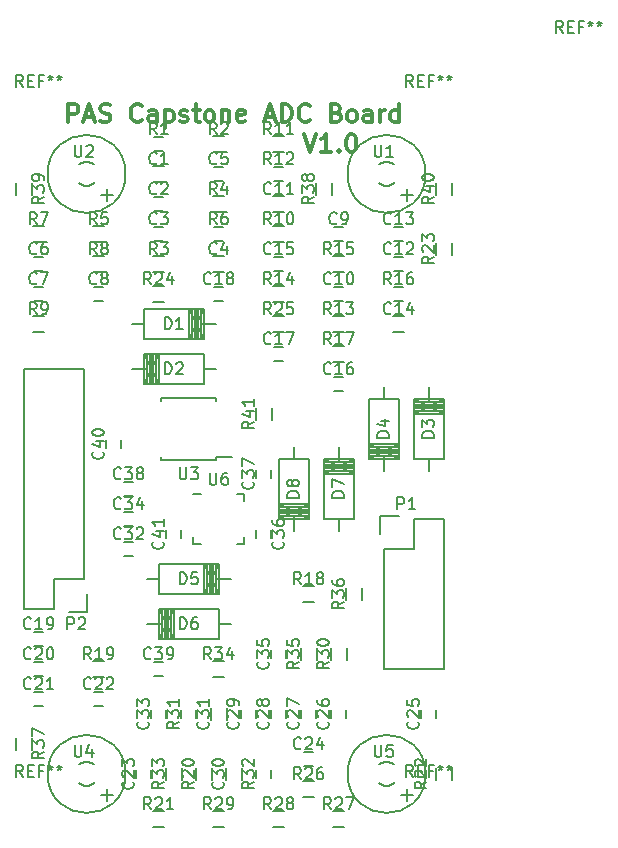
<source format=gbr>
G04 #@! TF.FileFunction,Legend,Top*
%FSLAX46Y46*%
G04 Gerber Fmt 4.6, Leading zero omitted, Abs format (unit mm)*
G04 Created by KiCad (PCBNEW (after 2015-mar-04 BZR unknown)-product) date Mon 16 Nov 2015 02:42:57 AM EST*
%MOMM*%
G01*
G04 APERTURE LIST*
%ADD10C,0.100000*%
%ADD11C,0.300000*%
%ADD12C,0.150000*%
G04 APERTURE END LIST*
D10*
D11*
X99949286Y-103318571D02*
X100449286Y-104818571D01*
X100949286Y-103318571D01*
X102235000Y-104818571D02*
X101377857Y-104818571D01*
X101806429Y-104818571D02*
X101806429Y-103318571D01*
X101663572Y-103532857D01*
X101520714Y-103675714D01*
X101377857Y-103747143D01*
X102877857Y-104675714D02*
X102949285Y-104747143D01*
X102877857Y-104818571D01*
X102806428Y-104747143D01*
X102877857Y-104675714D01*
X102877857Y-104818571D01*
X103877857Y-103318571D02*
X104020714Y-103318571D01*
X104163571Y-103390000D01*
X104235000Y-103461429D01*
X104306429Y-103604286D01*
X104377857Y-103890000D01*
X104377857Y-104247143D01*
X104306429Y-104532857D01*
X104235000Y-104675714D01*
X104163571Y-104747143D01*
X104020714Y-104818571D01*
X103877857Y-104818571D01*
X103735000Y-104747143D01*
X103663571Y-104675714D01*
X103592143Y-104532857D01*
X103520714Y-104247143D01*
X103520714Y-103890000D01*
X103592143Y-103604286D01*
X103663571Y-103461429D01*
X103735000Y-103390000D01*
X103877857Y-103318571D01*
X79980001Y-102278571D02*
X79980001Y-100778571D01*
X80551429Y-100778571D01*
X80694287Y-100850000D01*
X80765715Y-100921429D01*
X80837144Y-101064286D01*
X80837144Y-101278571D01*
X80765715Y-101421429D01*
X80694287Y-101492857D01*
X80551429Y-101564286D01*
X79980001Y-101564286D01*
X81408572Y-101850000D02*
X82122858Y-101850000D01*
X81265715Y-102278571D02*
X81765715Y-100778571D01*
X82265715Y-102278571D01*
X82694286Y-102207143D02*
X82908572Y-102278571D01*
X83265715Y-102278571D01*
X83408572Y-102207143D01*
X83480001Y-102135714D01*
X83551429Y-101992857D01*
X83551429Y-101850000D01*
X83480001Y-101707143D01*
X83408572Y-101635714D01*
X83265715Y-101564286D01*
X82980001Y-101492857D01*
X82837143Y-101421429D01*
X82765715Y-101350000D01*
X82694286Y-101207143D01*
X82694286Y-101064286D01*
X82765715Y-100921429D01*
X82837143Y-100850000D01*
X82980001Y-100778571D01*
X83337143Y-100778571D01*
X83551429Y-100850000D01*
X86194286Y-102135714D02*
X86122857Y-102207143D01*
X85908571Y-102278571D01*
X85765714Y-102278571D01*
X85551429Y-102207143D01*
X85408571Y-102064286D01*
X85337143Y-101921429D01*
X85265714Y-101635714D01*
X85265714Y-101421429D01*
X85337143Y-101135714D01*
X85408571Y-100992857D01*
X85551429Y-100850000D01*
X85765714Y-100778571D01*
X85908571Y-100778571D01*
X86122857Y-100850000D01*
X86194286Y-100921429D01*
X87480000Y-102278571D02*
X87480000Y-101492857D01*
X87408571Y-101350000D01*
X87265714Y-101278571D01*
X86980000Y-101278571D01*
X86837143Y-101350000D01*
X87480000Y-102207143D02*
X87337143Y-102278571D01*
X86980000Y-102278571D01*
X86837143Y-102207143D01*
X86765714Y-102064286D01*
X86765714Y-101921429D01*
X86837143Y-101778571D01*
X86980000Y-101707143D01*
X87337143Y-101707143D01*
X87480000Y-101635714D01*
X88194286Y-101278571D02*
X88194286Y-102778571D01*
X88194286Y-101350000D02*
X88337143Y-101278571D01*
X88622857Y-101278571D01*
X88765714Y-101350000D01*
X88837143Y-101421429D01*
X88908572Y-101564286D01*
X88908572Y-101992857D01*
X88837143Y-102135714D01*
X88765714Y-102207143D01*
X88622857Y-102278571D01*
X88337143Y-102278571D01*
X88194286Y-102207143D01*
X89480000Y-102207143D02*
X89622857Y-102278571D01*
X89908572Y-102278571D01*
X90051429Y-102207143D01*
X90122857Y-102064286D01*
X90122857Y-101992857D01*
X90051429Y-101850000D01*
X89908572Y-101778571D01*
X89694286Y-101778571D01*
X89551429Y-101707143D01*
X89480000Y-101564286D01*
X89480000Y-101492857D01*
X89551429Y-101350000D01*
X89694286Y-101278571D01*
X89908572Y-101278571D01*
X90051429Y-101350000D01*
X90551429Y-101278571D02*
X91122858Y-101278571D01*
X90765715Y-100778571D02*
X90765715Y-102064286D01*
X90837143Y-102207143D01*
X90980001Y-102278571D01*
X91122858Y-102278571D01*
X91837144Y-102278571D02*
X91694286Y-102207143D01*
X91622858Y-102135714D01*
X91551429Y-101992857D01*
X91551429Y-101564286D01*
X91622858Y-101421429D01*
X91694286Y-101350000D01*
X91837144Y-101278571D01*
X92051429Y-101278571D01*
X92194286Y-101350000D01*
X92265715Y-101421429D01*
X92337144Y-101564286D01*
X92337144Y-101992857D01*
X92265715Y-102135714D01*
X92194286Y-102207143D01*
X92051429Y-102278571D01*
X91837144Y-102278571D01*
X92980001Y-101278571D02*
X92980001Y-102278571D01*
X92980001Y-101421429D02*
X93051429Y-101350000D01*
X93194287Y-101278571D01*
X93408572Y-101278571D01*
X93551429Y-101350000D01*
X93622858Y-101492857D01*
X93622858Y-102278571D01*
X94908572Y-102207143D02*
X94765715Y-102278571D01*
X94480001Y-102278571D01*
X94337144Y-102207143D01*
X94265715Y-102064286D01*
X94265715Y-101492857D01*
X94337144Y-101350000D01*
X94480001Y-101278571D01*
X94765715Y-101278571D01*
X94908572Y-101350000D01*
X94980001Y-101492857D01*
X94980001Y-101635714D01*
X94265715Y-101778571D01*
X96694286Y-101850000D02*
X97408572Y-101850000D01*
X96551429Y-102278571D02*
X97051429Y-100778571D01*
X97551429Y-102278571D01*
X98051429Y-102278571D02*
X98051429Y-100778571D01*
X98408572Y-100778571D01*
X98622857Y-100850000D01*
X98765715Y-100992857D01*
X98837143Y-101135714D01*
X98908572Y-101421429D01*
X98908572Y-101635714D01*
X98837143Y-101921429D01*
X98765715Y-102064286D01*
X98622857Y-102207143D01*
X98408572Y-102278571D01*
X98051429Y-102278571D01*
X100408572Y-102135714D02*
X100337143Y-102207143D01*
X100122857Y-102278571D01*
X99980000Y-102278571D01*
X99765715Y-102207143D01*
X99622857Y-102064286D01*
X99551429Y-101921429D01*
X99480000Y-101635714D01*
X99480000Y-101421429D01*
X99551429Y-101135714D01*
X99622857Y-100992857D01*
X99765715Y-100850000D01*
X99980000Y-100778571D01*
X100122857Y-100778571D01*
X100337143Y-100850000D01*
X100408572Y-100921429D01*
X102694286Y-101492857D02*
X102908572Y-101564286D01*
X102980000Y-101635714D01*
X103051429Y-101778571D01*
X103051429Y-101992857D01*
X102980000Y-102135714D01*
X102908572Y-102207143D01*
X102765714Y-102278571D01*
X102194286Y-102278571D01*
X102194286Y-100778571D01*
X102694286Y-100778571D01*
X102837143Y-100850000D01*
X102908572Y-100921429D01*
X102980000Y-101064286D01*
X102980000Y-101207143D01*
X102908572Y-101350000D01*
X102837143Y-101421429D01*
X102694286Y-101492857D01*
X102194286Y-101492857D01*
X103908572Y-102278571D02*
X103765714Y-102207143D01*
X103694286Y-102135714D01*
X103622857Y-101992857D01*
X103622857Y-101564286D01*
X103694286Y-101421429D01*
X103765714Y-101350000D01*
X103908572Y-101278571D01*
X104122857Y-101278571D01*
X104265714Y-101350000D01*
X104337143Y-101421429D01*
X104408572Y-101564286D01*
X104408572Y-101992857D01*
X104337143Y-102135714D01*
X104265714Y-102207143D01*
X104122857Y-102278571D01*
X103908572Y-102278571D01*
X105694286Y-102278571D02*
X105694286Y-101492857D01*
X105622857Y-101350000D01*
X105480000Y-101278571D01*
X105194286Y-101278571D01*
X105051429Y-101350000D01*
X105694286Y-102207143D02*
X105551429Y-102278571D01*
X105194286Y-102278571D01*
X105051429Y-102207143D01*
X104980000Y-102064286D01*
X104980000Y-101921429D01*
X105051429Y-101778571D01*
X105194286Y-101707143D01*
X105551429Y-101707143D01*
X105694286Y-101635714D01*
X106408572Y-102278571D02*
X106408572Y-101278571D01*
X106408572Y-101564286D02*
X106480000Y-101421429D01*
X106551429Y-101350000D01*
X106694286Y-101278571D01*
X106837143Y-101278571D01*
X107980000Y-102278571D02*
X107980000Y-100778571D01*
X107980000Y-102207143D02*
X107837143Y-102278571D01*
X107551429Y-102278571D01*
X107408571Y-102207143D01*
X107337143Y-102135714D01*
X107265714Y-101992857D01*
X107265714Y-101564286D01*
X107337143Y-101421429D01*
X107408571Y-101350000D01*
X107551429Y-101278571D01*
X107837143Y-101278571D01*
X107980000Y-101350000D01*
D12*
X87980000Y-104740000D02*
X87280000Y-104740000D01*
X87280000Y-103540000D02*
X87980000Y-103540000D01*
X87280000Y-108620000D02*
X87980000Y-108620000D01*
X87980000Y-109820000D02*
X87280000Y-109820000D01*
X87280000Y-111160000D02*
X87980000Y-111160000D01*
X87980000Y-112360000D02*
X87280000Y-112360000D01*
X93060000Y-112360000D02*
X92360000Y-112360000D01*
X92360000Y-111160000D02*
X93060000Y-111160000D01*
X92360000Y-106080000D02*
X93060000Y-106080000D01*
X93060000Y-107280000D02*
X92360000Y-107280000D01*
X77120000Y-116240000D02*
X77820000Y-116240000D01*
X77820000Y-117440000D02*
X77120000Y-117440000D01*
X77820000Y-114900000D02*
X77120000Y-114900000D01*
X77120000Y-113700000D02*
X77820000Y-113700000D01*
X82200000Y-116240000D02*
X82900000Y-116240000D01*
X82900000Y-117440000D02*
X82200000Y-117440000D01*
X102520000Y-111160000D02*
X103220000Y-111160000D01*
X103220000Y-112360000D02*
X102520000Y-112360000D01*
X102520000Y-116240000D02*
X103220000Y-116240000D01*
X103220000Y-117440000D02*
X102520000Y-117440000D01*
X98140000Y-107280000D02*
X97440000Y-107280000D01*
X97440000Y-106080000D02*
X98140000Y-106080000D01*
X108300000Y-114900000D02*
X107600000Y-114900000D01*
X107600000Y-113700000D02*
X108300000Y-113700000D01*
X108300000Y-112360000D02*
X107600000Y-112360000D01*
X107600000Y-111160000D02*
X108300000Y-111160000D01*
X108300000Y-117440000D02*
X107600000Y-117440000D01*
X107600000Y-116240000D02*
X108300000Y-116240000D01*
X97440000Y-113700000D02*
X98140000Y-113700000D01*
X98140000Y-114900000D02*
X97440000Y-114900000D01*
X102520000Y-123860000D02*
X103220000Y-123860000D01*
X103220000Y-125060000D02*
X102520000Y-125060000D01*
X98140000Y-122520000D02*
X97440000Y-122520000D01*
X97440000Y-121320000D02*
X98140000Y-121320000D01*
X92360000Y-116240000D02*
X93060000Y-116240000D01*
X93060000Y-117440000D02*
X92360000Y-117440000D01*
X77820000Y-146650000D02*
X77120000Y-146650000D01*
X77120000Y-145450000D02*
X77820000Y-145450000D01*
X77820000Y-149190000D02*
X77120000Y-149190000D01*
X77120000Y-147990000D02*
X77820000Y-147990000D01*
X77820000Y-151730000D02*
X77120000Y-151730000D01*
X77120000Y-150530000D02*
X77820000Y-150530000D01*
X82900000Y-151730000D02*
X82200000Y-151730000D01*
X82200000Y-150530000D02*
X82900000Y-150530000D01*
X86960000Y-157130000D02*
X86960000Y-157830000D01*
X85760000Y-157830000D02*
X85760000Y-157130000D01*
X99980000Y-155610000D02*
X100680000Y-155610000D01*
X100680000Y-156810000D02*
X99980000Y-156810000D01*
X111090000Y-152050000D02*
X111090000Y-152750000D01*
X109890000Y-152750000D02*
X109890000Y-152050000D01*
X103470000Y-152050000D02*
X103470000Y-152750000D01*
X102270000Y-152750000D02*
X102270000Y-152050000D01*
X100930000Y-152050000D02*
X100930000Y-152750000D01*
X99730000Y-152750000D02*
X99730000Y-152050000D01*
X98390000Y-152050000D02*
X98390000Y-152750000D01*
X97190000Y-152750000D02*
X97190000Y-152050000D01*
X95850000Y-152050000D02*
X95850000Y-152750000D01*
X94650000Y-152750000D02*
X94650000Y-152050000D01*
X95920000Y-157830000D02*
X95920000Y-157130000D01*
X97120000Y-157130000D02*
X97120000Y-157830000D01*
X90770000Y-152050000D02*
X90770000Y-152750000D01*
X89570000Y-152750000D02*
X89570000Y-152050000D01*
X85440000Y-139030000D02*
X84740000Y-139030000D01*
X84740000Y-137830000D02*
X85440000Y-137830000D01*
X87030000Y-152750000D02*
X87030000Y-152050000D01*
X88230000Y-152050000D02*
X88230000Y-152750000D01*
X85440000Y-136490000D02*
X84740000Y-136490000D01*
X84740000Y-135290000D02*
X85440000Y-135290000D01*
X98390000Y-146970000D02*
X98390000Y-147670000D01*
X97190000Y-147670000D02*
X97190000Y-146970000D01*
X97120000Y-136810000D02*
X97120000Y-137510000D01*
X95920000Y-137510000D02*
X95920000Y-136810000D01*
X97120000Y-131730000D02*
X97120000Y-132430000D01*
X95920000Y-132430000D02*
X95920000Y-131730000D01*
X85440000Y-133950000D02*
X84740000Y-133950000D01*
X84740000Y-132750000D02*
X85440000Y-132750000D01*
X87280000Y-147990000D02*
X87980000Y-147990000D01*
X87980000Y-149190000D02*
X87280000Y-149190000D01*
X84420000Y-129190000D02*
X84420000Y-129890000D01*
X83220000Y-129890000D02*
X83220000Y-129190000D01*
X88300000Y-137510000D02*
X88300000Y-136810000D01*
X89500000Y-136810000D02*
X89500000Y-137510000D01*
X86360000Y-119380000D02*
X85344000Y-119380000D01*
X91186000Y-119380000D02*
X92456000Y-119380000D01*
X90932000Y-118110000D02*
X90932000Y-120650000D01*
X90678000Y-118110000D02*
X90678000Y-120650000D01*
X90424000Y-118110000D02*
X90424000Y-120650000D01*
X91186000Y-118110000D02*
X91186000Y-120650000D01*
X90170000Y-118110000D02*
X91440000Y-120650000D01*
X91440000Y-118110000D02*
X90170000Y-120650000D01*
X90170000Y-118110000D02*
X90170000Y-120650000D01*
X90805000Y-118110000D02*
X90805000Y-120650000D01*
X91440000Y-120650000D02*
X91440000Y-118110000D01*
X91440000Y-118110000D02*
X86360000Y-118110000D01*
X86360000Y-118110000D02*
X86360000Y-120650000D01*
X86360000Y-120650000D02*
X91440000Y-120650000D01*
X91440000Y-123190000D02*
X92456000Y-123190000D01*
X86614000Y-123190000D02*
X85344000Y-123190000D01*
X86868000Y-124460000D02*
X86868000Y-121920000D01*
X87122000Y-124460000D02*
X87122000Y-121920000D01*
X87376000Y-124460000D02*
X87376000Y-121920000D01*
X86614000Y-124460000D02*
X86614000Y-121920000D01*
X87630000Y-124460000D02*
X86360000Y-121920000D01*
X86360000Y-124460000D02*
X87630000Y-121920000D01*
X87630000Y-124460000D02*
X87630000Y-121920000D01*
X86995000Y-124460000D02*
X86995000Y-121920000D01*
X86360000Y-121920000D02*
X86360000Y-124460000D01*
X86360000Y-124460000D02*
X91440000Y-124460000D01*
X91440000Y-124460000D02*
X91440000Y-121920000D01*
X91440000Y-121920000D02*
X86360000Y-121920000D01*
X110490000Y-130810000D02*
X110490000Y-131826000D01*
X110490000Y-125984000D02*
X110490000Y-124714000D01*
X109220000Y-126238000D02*
X111760000Y-126238000D01*
X109220000Y-126492000D02*
X111760000Y-126492000D01*
X109220000Y-126746000D02*
X111760000Y-126746000D01*
X109220000Y-125984000D02*
X111760000Y-125984000D01*
X109220000Y-127000000D02*
X111760000Y-125730000D01*
X109220000Y-125730000D02*
X111760000Y-127000000D01*
X109220000Y-127000000D02*
X111760000Y-127000000D01*
X109220000Y-126365000D02*
X111760000Y-126365000D01*
X111760000Y-125730000D02*
X109220000Y-125730000D01*
X109220000Y-125730000D02*
X109220000Y-130810000D01*
X109220000Y-130810000D02*
X111760000Y-130810000D01*
X111760000Y-130810000D02*
X111760000Y-125730000D01*
X106680000Y-125730000D02*
X106680000Y-124714000D01*
X106680000Y-130556000D02*
X106680000Y-131826000D01*
X107950000Y-130302000D02*
X105410000Y-130302000D01*
X107950000Y-130048000D02*
X105410000Y-130048000D01*
X107950000Y-129794000D02*
X105410000Y-129794000D01*
X107950000Y-130556000D02*
X105410000Y-130556000D01*
X107950000Y-129540000D02*
X105410000Y-130810000D01*
X107950000Y-130810000D02*
X105410000Y-129540000D01*
X107950000Y-129540000D02*
X105410000Y-129540000D01*
X107950000Y-130175000D02*
X105410000Y-130175000D01*
X105410000Y-130810000D02*
X107950000Y-130810000D01*
X107950000Y-130810000D02*
X107950000Y-125730000D01*
X107950000Y-125730000D02*
X105410000Y-125730000D01*
X105410000Y-125730000D02*
X105410000Y-130810000D01*
X87630000Y-140970000D02*
X86614000Y-140970000D01*
X92456000Y-140970000D02*
X93726000Y-140970000D01*
X92202000Y-139700000D02*
X92202000Y-142240000D01*
X91948000Y-139700000D02*
X91948000Y-142240000D01*
X91694000Y-139700000D02*
X91694000Y-142240000D01*
X92456000Y-139700000D02*
X92456000Y-142240000D01*
X91440000Y-139700000D02*
X92710000Y-142240000D01*
X92710000Y-139700000D02*
X91440000Y-142240000D01*
X91440000Y-139700000D02*
X91440000Y-142240000D01*
X92075000Y-139700000D02*
X92075000Y-142240000D01*
X92710000Y-142240000D02*
X92710000Y-139700000D01*
X92710000Y-139700000D02*
X87630000Y-139700000D01*
X87630000Y-139700000D02*
X87630000Y-142240000D01*
X87630000Y-142240000D02*
X92710000Y-142240000D01*
X92710000Y-144780000D02*
X93726000Y-144780000D01*
X87884000Y-144780000D02*
X86614000Y-144780000D01*
X88138000Y-146050000D02*
X88138000Y-143510000D01*
X88392000Y-146050000D02*
X88392000Y-143510000D01*
X88646000Y-146050000D02*
X88646000Y-143510000D01*
X87884000Y-146050000D02*
X87884000Y-143510000D01*
X88900000Y-146050000D02*
X87630000Y-143510000D01*
X87630000Y-146050000D02*
X88900000Y-143510000D01*
X88900000Y-146050000D02*
X88900000Y-143510000D01*
X88265000Y-146050000D02*
X88265000Y-143510000D01*
X87630000Y-143510000D02*
X87630000Y-146050000D01*
X87630000Y-146050000D02*
X92710000Y-146050000D01*
X92710000Y-146050000D02*
X92710000Y-143510000D01*
X92710000Y-143510000D02*
X87630000Y-143510000D01*
X102870000Y-135890000D02*
X102870000Y-136906000D01*
X102870000Y-131064000D02*
X102870000Y-129794000D01*
X101600000Y-131318000D02*
X104140000Y-131318000D01*
X101600000Y-131572000D02*
X104140000Y-131572000D01*
X101600000Y-131826000D02*
X104140000Y-131826000D01*
X101600000Y-131064000D02*
X104140000Y-131064000D01*
X101600000Y-132080000D02*
X104140000Y-130810000D01*
X101600000Y-130810000D02*
X104140000Y-132080000D01*
X101600000Y-132080000D02*
X104140000Y-132080000D01*
X101600000Y-131445000D02*
X104140000Y-131445000D01*
X104140000Y-130810000D02*
X101600000Y-130810000D01*
X101600000Y-130810000D02*
X101600000Y-135890000D01*
X101600000Y-135890000D02*
X104140000Y-135890000D01*
X104140000Y-135890000D02*
X104140000Y-130810000D01*
X99060000Y-130810000D02*
X99060000Y-129794000D01*
X99060000Y-135636000D02*
X99060000Y-136906000D01*
X100330000Y-135382000D02*
X97790000Y-135382000D01*
X100330000Y-135128000D02*
X97790000Y-135128000D01*
X100330000Y-134874000D02*
X97790000Y-134874000D01*
X100330000Y-135636000D02*
X97790000Y-135636000D01*
X100330000Y-134620000D02*
X97790000Y-135890000D01*
X100330000Y-135890000D02*
X97790000Y-134620000D01*
X100330000Y-134620000D02*
X97790000Y-134620000D01*
X100330000Y-135255000D02*
X97790000Y-135255000D01*
X97790000Y-135890000D02*
X100330000Y-135890000D01*
X100330000Y-135890000D02*
X100330000Y-130810000D01*
X100330000Y-130810000D02*
X97790000Y-130810000D01*
X97790000Y-130810000D02*
X97790000Y-135890000D01*
X111760000Y-135890000D02*
X111760000Y-148590000D01*
X111760000Y-148590000D02*
X106680000Y-148590000D01*
X106680000Y-148590000D02*
X106680000Y-138430000D01*
X111760000Y-135890000D02*
X109220000Y-135890000D01*
X107950000Y-135610000D02*
X106400000Y-135610000D01*
X109220000Y-135890000D02*
X109220000Y-138430000D01*
X109220000Y-138430000D02*
X106680000Y-138430000D01*
X106400000Y-135610000D02*
X106400000Y-137160000D01*
X76200000Y-123190000D02*
X76200000Y-143510000D01*
X81280000Y-140970000D02*
X81280000Y-123190000D01*
X76200000Y-123190000D02*
X81280000Y-123190000D01*
X76200000Y-143510000D02*
X78740000Y-143510000D01*
X80010000Y-143790000D02*
X81560000Y-143790000D01*
X78740000Y-143510000D02*
X78740000Y-140970000D01*
X78740000Y-140970000D02*
X81280000Y-140970000D01*
X81560000Y-143790000D02*
X81560000Y-142240000D01*
X88130000Y-107355000D02*
X87130000Y-107355000D01*
X87130000Y-106005000D02*
X88130000Y-106005000D01*
X93210000Y-104815000D02*
X92210000Y-104815000D01*
X92210000Y-103465000D02*
X93210000Y-103465000D01*
X88130000Y-114975000D02*
X87130000Y-114975000D01*
X87130000Y-113625000D02*
X88130000Y-113625000D01*
X93210000Y-109895000D02*
X92210000Y-109895000D01*
X92210000Y-108545000D02*
X93210000Y-108545000D01*
X83050000Y-112435000D02*
X82050000Y-112435000D01*
X82050000Y-111085000D02*
X83050000Y-111085000D01*
X93210000Y-114975000D02*
X92210000Y-114975000D01*
X92210000Y-113625000D02*
X93210000Y-113625000D01*
X76970000Y-111085000D02*
X77970000Y-111085000D01*
X77970000Y-112435000D02*
X76970000Y-112435000D01*
X83050000Y-114975000D02*
X82050000Y-114975000D01*
X82050000Y-113625000D02*
X83050000Y-113625000D01*
X76970000Y-118705000D02*
X77970000Y-118705000D01*
X77970000Y-120055000D02*
X76970000Y-120055000D01*
X98290000Y-112435000D02*
X97290000Y-112435000D01*
X97290000Y-111085000D02*
X98290000Y-111085000D01*
X97290000Y-103465000D02*
X98290000Y-103465000D01*
X98290000Y-104815000D02*
X97290000Y-104815000D01*
X98290000Y-109895000D02*
X97290000Y-109895000D01*
X97290000Y-108545000D02*
X98290000Y-108545000D01*
X103370000Y-120055000D02*
X102370000Y-120055000D01*
X102370000Y-118705000D02*
X103370000Y-118705000D01*
X98290000Y-117515000D02*
X97290000Y-117515000D01*
X97290000Y-116165000D02*
X98290000Y-116165000D01*
X103370000Y-114975000D02*
X102370000Y-114975000D01*
X102370000Y-113625000D02*
X103370000Y-113625000D01*
X108450000Y-120055000D02*
X107450000Y-120055000D01*
X107450000Y-118705000D02*
X108450000Y-118705000D01*
X103370000Y-122595000D02*
X102370000Y-122595000D01*
X102370000Y-121245000D02*
X103370000Y-121245000D01*
X100830000Y-142915000D02*
X99830000Y-142915000D01*
X99830000Y-141565000D02*
X100830000Y-141565000D01*
X82050000Y-147915000D02*
X83050000Y-147915000D01*
X83050000Y-149265000D02*
X82050000Y-149265000D01*
X88225000Y-157980000D02*
X88225000Y-156980000D01*
X89575000Y-156980000D02*
X89575000Y-157980000D01*
X88130000Y-161965000D02*
X87130000Y-161965000D01*
X87130000Y-160615000D02*
X88130000Y-160615000D01*
X112435000Y-156980000D02*
X112435000Y-157980000D01*
X111085000Y-157980000D02*
X111085000Y-156980000D01*
X111085000Y-113530000D02*
X111085000Y-112530000D01*
X112435000Y-112530000D02*
X112435000Y-113530000D01*
X88130000Y-117515000D02*
X87130000Y-117515000D01*
X87130000Y-116165000D02*
X88130000Y-116165000D01*
X98290000Y-120055000D02*
X97290000Y-120055000D01*
X97290000Y-118705000D02*
X98290000Y-118705000D01*
X100830000Y-159425000D02*
X99830000Y-159425000D01*
X99830000Y-158075000D02*
X100830000Y-158075000D01*
X103370000Y-161965000D02*
X102370000Y-161965000D01*
X102370000Y-160615000D02*
X103370000Y-160615000D01*
X98290000Y-161965000D02*
X97290000Y-161965000D01*
X97290000Y-160615000D02*
X98290000Y-160615000D01*
X93210000Y-161965000D02*
X92210000Y-161965000D01*
X92210000Y-160615000D02*
X93210000Y-160615000D01*
X102195000Y-147820000D02*
X102195000Y-146820000D01*
X103545000Y-146820000D02*
X103545000Y-147820000D01*
X93385000Y-151900000D02*
X93385000Y-152900000D01*
X92035000Y-152900000D02*
X92035000Y-151900000D01*
X93305000Y-157980000D02*
X93305000Y-156980000D01*
X94655000Y-156980000D02*
X94655000Y-157980000D01*
X92115000Y-156980000D02*
X92115000Y-157980000D01*
X90765000Y-157980000D02*
X90765000Y-156980000D01*
X93210000Y-149265000D02*
X92210000Y-149265000D01*
X92210000Y-147915000D02*
X93210000Y-147915000D01*
X99655000Y-147820000D02*
X99655000Y-146820000D01*
X101005000Y-146820000D02*
X101005000Y-147820000D01*
X104815000Y-141740000D02*
X104815000Y-142740000D01*
X103465000Y-142740000D02*
X103465000Y-141740000D01*
X76875000Y-154440000D02*
X76875000Y-155440000D01*
X75525000Y-155440000D02*
X75525000Y-154440000D01*
X102275000Y-107450000D02*
X102275000Y-108450000D01*
X100925000Y-108450000D02*
X100925000Y-107450000D01*
X76875000Y-107450000D02*
X76875000Y-108450000D01*
X75525000Y-108450000D02*
X75525000Y-107450000D01*
X111085000Y-108450000D02*
X111085000Y-107450000D01*
X112435000Y-107450000D02*
X112435000Y-108450000D01*
X97195000Y-126500000D02*
X97195000Y-127500000D01*
X95845000Y-127500000D02*
X95845000Y-126500000D01*
X108183680Y-108430060D02*
X109184440Y-108430060D01*
X108684060Y-107929680D02*
X108684060Y-108930440D01*
X107635040Y-107381040D02*
X107533440Y-107480100D01*
X107533440Y-107480100D02*
X107332780Y-107579160D01*
X107332780Y-107579160D02*
X107033060Y-107680760D01*
X107033060Y-107680760D02*
X106834940Y-107680760D01*
X106834940Y-107680760D02*
X106535220Y-107579160D01*
X106535220Y-107579160D02*
X106334560Y-107480100D01*
X107533440Y-105879900D02*
X107332780Y-105780840D01*
X107332780Y-105780840D02*
X107033060Y-105679240D01*
X107033060Y-105679240D02*
X106834940Y-105679240D01*
X106834940Y-105679240D02*
X106535220Y-105780840D01*
X106535220Y-105780840D02*
X106334560Y-105879900D01*
X110233460Y-106680000D02*
G75*
G03X110233460Y-106680000I-3299460J0D01*
G01*
X82783680Y-108430060D02*
X83784440Y-108430060D01*
X83284060Y-107929680D02*
X83284060Y-108930440D01*
X82235040Y-107381040D02*
X82133440Y-107480100D01*
X82133440Y-107480100D02*
X81932780Y-107579160D01*
X81932780Y-107579160D02*
X81633060Y-107680760D01*
X81633060Y-107680760D02*
X81434940Y-107680760D01*
X81434940Y-107680760D02*
X81135220Y-107579160D01*
X81135220Y-107579160D02*
X80934560Y-107480100D01*
X82133440Y-105879900D02*
X81932780Y-105780840D01*
X81932780Y-105780840D02*
X81633060Y-105679240D01*
X81633060Y-105679240D02*
X81434940Y-105679240D01*
X81434940Y-105679240D02*
X81135220Y-105780840D01*
X81135220Y-105780840D02*
X80934560Y-105879900D01*
X84833460Y-106680000D02*
G75*
G03X84833460Y-106680000I-3299460J0D01*
G01*
X92495000Y-130895000D02*
X92495000Y-130670000D01*
X87845000Y-130895000D02*
X87845000Y-130670000D01*
X87845000Y-125645000D02*
X87845000Y-125870000D01*
X92495000Y-125645000D02*
X92495000Y-125870000D01*
X92495000Y-130895000D02*
X87845000Y-130895000D01*
X92495000Y-125645000D02*
X87845000Y-125645000D01*
X92495000Y-130670000D02*
X93845000Y-130670000D01*
X82783680Y-159230060D02*
X83784440Y-159230060D01*
X83284060Y-158729680D02*
X83284060Y-159730440D01*
X82235040Y-158181040D02*
X82133440Y-158280100D01*
X82133440Y-158280100D02*
X81932780Y-158379160D01*
X81932780Y-158379160D02*
X81633060Y-158480760D01*
X81633060Y-158480760D02*
X81434940Y-158480760D01*
X81434940Y-158480760D02*
X81135220Y-158379160D01*
X81135220Y-158379160D02*
X80934560Y-158280100D01*
X82133440Y-156679900D02*
X81932780Y-156580840D01*
X81932780Y-156580840D02*
X81633060Y-156479240D01*
X81633060Y-156479240D02*
X81434940Y-156479240D01*
X81434940Y-156479240D02*
X81135220Y-156580840D01*
X81135220Y-156580840D02*
X80934560Y-156679900D01*
X84833460Y-157480000D02*
G75*
G03X84833460Y-157480000I-3299460J0D01*
G01*
X108183680Y-159230060D02*
X109184440Y-159230060D01*
X108684060Y-158729680D02*
X108684060Y-159730440D01*
X107635040Y-158181040D02*
X107533440Y-158280100D01*
X107533440Y-158280100D02*
X107332780Y-158379160D01*
X107332780Y-158379160D02*
X107033060Y-158480760D01*
X107033060Y-158480760D02*
X106834940Y-158480760D01*
X106834940Y-158480760D02*
X106535220Y-158379160D01*
X106535220Y-158379160D02*
X106334560Y-158280100D01*
X107533440Y-156679900D02*
X107332780Y-156580840D01*
X107332780Y-156580840D02*
X107033060Y-156479240D01*
X107033060Y-156479240D02*
X106834940Y-156479240D01*
X106834940Y-156479240D02*
X106535220Y-156580840D01*
X106535220Y-156580840D02*
X106334560Y-156679900D01*
X110233460Y-157480000D02*
G75*
G03X110233460Y-157480000I-3299460J0D01*
G01*
X94860000Y-133740000D02*
X94860000Y-134365000D01*
X90560000Y-138040000D02*
X90560000Y-137415000D01*
X94860000Y-138040000D02*
X94860000Y-137415000D01*
X90560000Y-133740000D02*
X91185000Y-133740000D01*
X90560000Y-138040000D02*
X91185000Y-138040000D01*
X94860000Y-138040000D02*
X94235000Y-138040000D01*
X94860000Y-133740000D02*
X94235000Y-133740000D01*
X109156667Y-157741881D02*
X108823333Y-157265690D01*
X108585238Y-157741881D02*
X108585238Y-156741881D01*
X108966191Y-156741881D01*
X109061429Y-156789500D01*
X109109048Y-156837119D01*
X109156667Y-156932357D01*
X109156667Y-157075214D01*
X109109048Y-157170452D01*
X109061429Y-157218071D01*
X108966191Y-157265690D01*
X108585238Y-157265690D01*
X109585238Y-157218071D02*
X109918572Y-157218071D01*
X110061429Y-157741881D02*
X109585238Y-157741881D01*
X109585238Y-156741881D01*
X110061429Y-156741881D01*
X110823334Y-157218071D02*
X110490000Y-157218071D01*
X110490000Y-157741881D02*
X110490000Y-156741881D01*
X110966191Y-156741881D01*
X111490000Y-156741881D02*
X111490000Y-156979976D01*
X111251905Y-156884738D02*
X111490000Y-156979976D01*
X111728096Y-156884738D01*
X111347143Y-157170452D02*
X111490000Y-156979976D01*
X111632858Y-157170452D01*
X112251905Y-156741881D02*
X112251905Y-156979976D01*
X112013810Y-156884738D02*
X112251905Y-156979976D01*
X112490001Y-156884738D01*
X112109048Y-157170452D02*
X112251905Y-156979976D01*
X112394763Y-157170452D01*
X76136667Y-157741881D02*
X75803333Y-157265690D01*
X75565238Y-157741881D02*
X75565238Y-156741881D01*
X75946191Y-156741881D01*
X76041429Y-156789500D01*
X76089048Y-156837119D01*
X76136667Y-156932357D01*
X76136667Y-157075214D01*
X76089048Y-157170452D01*
X76041429Y-157218071D01*
X75946191Y-157265690D01*
X75565238Y-157265690D01*
X76565238Y-157218071D02*
X76898572Y-157218071D01*
X77041429Y-157741881D02*
X76565238Y-157741881D01*
X76565238Y-156741881D01*
X77041429Y-156741881D01*
X77803334Y-157218071D02*
X77470000Y-157218071D01*
X77470000Y-157741881D02*
X77470000Y-156741881D01*
X77946191Y-156741881D01*
X78470000Y-156741881D02*
X78470000Y-156979976D01*
X78231905Y-156884738D02*
X78470000Y-156979976D01*
X78708096Y-156884738D01*
X78327143Y-157170452D02*
X78470000Y-156979976D01*
X78612858Y-157170452D01*
X79231905Y-156741881D02*
X79231905Y-156979976D01*
X78993810Y-156884738D02*
X79231905Y-156979976D01*
X79470001Y-156884738D01*
X79089048Y-157170452D02*
X79231905Y-156979976D01*
X79374763Y-157170452D01*
X76136667Y-99321881D02*
X75803333Y-98845690D01*
X75565238Y-99321881D02*
X75565238Y-98321881D01*
X75946191Y-98321881D01*
X76041429Y-98369500D01*
X76089048Y-98417119D01*
X76136667Y-98512357D01*
X76136667Y-98655214D01*
X76089048Y-98750452D01*
X76041429Y-98798071D01*
X75946191Y-98845690D01*
X75565238Y-98845690D01*
X76565238Y-98798071D02*
X76898572Y-98798071D01*
X77041429Y-99321881D02*
X76565238Y-99321881D01*
X76565238Y-98321881D01*
X77041429Y-98321881D01*
X77803334Y-98798071D02*
X77470000Y-98798071D01*
X77470000Y-99321881D02*
X77470000Y-98321881D01*
X77946191Y-98321881D01*
X78470000Y-98321881D02*
X78470000Y-98559976D01*
X78231905Y-98464738D02*
X78470000Y-98559976D01*
X78708096Y-98464738D01*
X78327143Y-98750452D02*
X78470000Y-98559976D01*
X78612858Y-98750452D01*
X79231905Y-98321881D02*
X79231905Y-98559976D01*
X78993810Y-98464738D02*
X79231905Y-98559976D01*
X79470001Y-98464738D01*
X79089048Y-98750452D02*
X79231905Y-98559976D01*
X79374763Y-98750452D01*
X87463334Y-105767143D02*
X87415715Y-105814762D01*
X87272858Y-105862381D01*
X87177620Y-105862381D01*
X87034762Y-105814762D01*
X86939524Y-105719524D01*
X86891905Y-105624286D01*
X86844286Y-105433810D01*
X86844286Y-105290952D01*
X86891905Y-105100476D01*
X86939524Y-105005238D01*
X87034762Y-104910000D01*
X87177620Y-104862381D01*
X87272858Y-104862381D01*
X87415715Y-104910000D01*
X87463334Y-104957619D01*
X88415715Y-105862381D02*
X87844286Y-105862381D01*
X88130000Y-105862381D02*
X88130000Y-104862381D01*
X88034762Y-105005238D01*
X87939524Y-105100476D01*
X87844286Y-105148095D01*
X87463334Y-108307143D02*
X87415715Y-108354762D01*
X87272858Y-108402381D01*
X87177620Y-108402381D01*
X87034762Y-108354762D01*
X86939524Y-108259524D01*
X86891905Y-108164286D01*
X86844286Y-107973810D01*
X86844286Y-107830952D01*
X86891905Y-107640476D01*
X86939524Y-107545238D01*
X87034762Y-107450000D01*
X87177620Y-107402381D01*
X87272858Y-107402381D01*
X87415715Y-107450000D01*
X87463334Y-107497619D01*
X87844286Y-107497619D02*
X87891905Y-107450000D01*
X87987143Y-107402381D01*
X88225239Y-107402381D01*
X88320477Y-107450000D01*
X88368096Y-107497619D01*
X88415715Y-107592857D01*
X88415715Y-107688095D01*
X88368096Y-107830952D01*
X87796667Y-108402381D01*
X88415715Y-108402381D01*
X87463334Y-110847143D02*
X87415715Y-110894762D01*
X87272858Y-110942381D01*
X87177620Y-110942381D01*
X87034762Y-110894762D01*
X86939524Y-110799524D01*
X86891905Y-110704286D01*
X86844286Y-110513810D01*
X86844286Y-110370952D01*
X86891905Y-110180476D01*
X86939524Y-110085238D01*
X87034762Y-109990000D01*
X87177620Y-109942381D01*
X87272858Y-109942381D01*
X87415715Y-109990000D01*
X87463334Y-110037619D01*
X87796667Y-109942381D02*
X88415715Y-109942381D01*
X88082381Y-110323333D01*
X88225239Y-110323333D01*
X88320477Y-110370952D01*
X88368096Y-110418571D01*
X88415715Y-110513810D01*
X88415715Y-110751905D01*
X88368096Y-110847143D01*
X88320477Y-110894762D01*
X88225239Y-110942381D01*
X87939524Y-110942381D01*
X87844286Y-110894762D01*
X87796667Y-110847143D01*
X92543334Y-113387143D02*
X92495715Y-113434762D01*
X92352858Y-113482381D01*
X92257620Y-113482381D01*
X92114762Y-113434762D01*
X92019524Y-113339524D01*
X91971905Y-113244286D01*
X91924286Y-113053810D01*
X91924286Y-112910952D01*
X91971905Y-112720476D01*
X92019524Y-112625238D01*
X92114762Y-112530000D01*
X92257620Y-112482381D01*
X92352858Y-112482381D01*
X92495715Y-112530000D01*
X92543334Y-112577619D01*
X93400477Y-112815714D02*
X93400477Y-113482381D01*
X93162381Y-112434762D02*
X92924286Y-113149048D01*
X93543334Y-113149048D01*
X92543334Y-105767143D02*
X92495715Y-105814762D01*
X92352858Y-105862381D01*
X92257620Y-105862381D01*
X92114762Y-105814762D01*
X92019524Y-105719524D01*
X91971905Y-105624286D01*
X91924286Y-105433810D01*
X91924286Y-105290952D01*
X91971905Y-105100476D01*
X92019524Y-105005238D01*
X92114762Y-104910000D01*
X92257620Y-104862381D01*
X92352858Y-104862381D01*
X92495715Y-104910000D01*
X92543334Y-104957619D01*
X93448096Y-104862381D02*
X92971905Y-104862381D01*
X92924286Y-105338571D01*
X92971905Y-105290952D01*
X93067143Y-105243333D01*
X93305239Y-105243333D01*
X93400477Y-105290952D01*
X93448096Y-105338571D01*
X93495715Y-105433810D01*
X93495715Y-105671905D01*
X93448096Y-105767143D01*
X93400477Y-105814762D01*
X93305239Y-105862381D01*
X93067143Y-105862381D01*
X92971905Y-105814762D01*
X92924286Y-105767143D01*
X77303334Y-113387143D02*
X77255715Y-113434762D01*
X77112858Y-113482381D01*
X77017620Y-113482381D01*
X76874762Y-113434762D01*
X76779524Y-113339524D01*
X76731905Y-113244286D01*
X76684286Y-113053810D01*
X76684286Y-112910952D01*
X76731905Y-112720476D01*
X76779524Y-112625238D01*
X76874762Y-112530000D01*
X77017620Y-112482381D01*
X77112858Y-112482381D01*
X77255715Y-112530000D01*
X77303334Y-112577619D01*
X78160477Y-112482381D02*
X77970000Y-112482381D01*
X77874762Y-112530000D01*
X77827143Y-112577619D01*
X77731905Y-112720476D01*
X77684286Y-112910952D01*
X77684286Y-113291905D01*
X77731905Y-113387143D01*
X77779524Y-113434762D01*
X77874762Y-113482381D01*
X78065239Y-113482381D01*
X78160477Y-113434762D01*
X78208096Y-113387143D01*
X78255715Y-113291905D01*
X78255715Y-113053810D01*
X78208096Y-112958571D01*
X78160477Y-112910952D01*
X78065239Y-112863333D01*
X77874762Y-112863333D01*
X77779524Y-112910952D01*
X77731905Y-112958571D01*
X77684286Y-113053810D01*
X77303334Y-115927143D02*
X77255715Y-115974762D01*
X77112858Y-116022381D01*
X77017620Y-116022381D01*
X76874762Y-115974762D01*
X76779524Y-115879524D01*
X76731905Y-115784286D01*
X76684286Y-115593810D01*
X76684286Y-115450952D01*
X76731905Y-115260476D01*
X76779524Y-115165238D01*
X76874762Y-115070000D01*
X77017620Y-115022381D01*
X77112858Y-115022381D01*
X77255715Y-115070000D01*
X77303334Y-115117619D01*
X77636667Y-115022381D02*
X78303334Y-115022381D01*
X77874762Y-116022381D01*
X82383334Y-115927143D02*
X82335715Y-115974762D01*
X82192858Y-116022381D01*
X82097620Y-116022381D01*
X81954762Y-115974762D01*
X81859524Y-115879524D01*
X81811905Y-115784286D01*
X81764286Y-115593810D01*
X81764286Y-115450952D01*
X81811905Y-115260476D01*
X81859524Y-115165238D01*
X81954762Y-115070000D01*
X82097620Y-115022381D01*
X82192858Y-115022381D01*
X82335715Y-115070000D01*
X82383334Y-115117619D01*
X82954762Y-115450952D02*
X82859524Y-115403333D01*
X82811905Y-115355714D01*
X82764286Y-115260476D01*
X82764286Y-115212857D01*
X82811905Y-115117619D01*
X82859524Y-115070000D01*
X82954762Y-115022381D01*
X83145239Y-115022381D01*
X83240477Y-115070000D01*
X83288096Y-115117619D01*
X83335715Y-115212857D01*
X83335715Y-115260476D01*
X83288096Y-115355714D01*
X83240477Y-115403333D01*
X83145239Y-115450952D01*
X82954762Y-115450952D01*
X82859524Y-115498571D01*
X82811905Y-115546190D01*
X82764286Y-115641429D01*
X82764286Y-115831905D01*
X82811905Y-115927143D01*
X82859524Y-115974762D01*
X82954762Y-116022381D01*
X83145239Y-116022381D01*
X83240477Y-115974762D01*
X83288096Y-115927143D01*
X83335715Y-115831905D01*
X83335715Y-115641429D01*
X83288096Y-115546190D01*
X83240477Y-115498571D01*
X83145239Y-115450952D01*
X102703334Y-110847143D02*
X102655715Y-110894762D01*
X102512858Y-110942381D01*
X102417620Y-110942381D01*
X102274762Y-110894762D01*
X102179524Y-110799524D01*
X102131905Y-110704286D01*
X102084286Y-110513810D01*
X102084286Y-110370952D01*
X102131905Y-110180476D01*
X102179524Y-110085238D01*
X102274762Y-109990000D01*
X102417620Y-109942381D01*
X102512858Y-109942381D01*
X102655715Y-109990000D01*
X102703334Y-110037619D01*
X103179524Y-110942381D02*
X103370000Y-110942381D01*
X103465239Y-110894762D01*
X103512858Y-110847143D01*
X103608096Y-110704286D01*
X103655715Y-110513810D01*
X103655715Y-110132857D01*
X103608096Y-110037619D01*
X103560477Y-109990000D01*
X103465239Y-109942381D01*
X103274762Y-109942381D01*
X103179524Y-109990000D01*
X103131905Y-110037619D01*
X103084286Y-110132857D01*
X103084286Y-110370952D01*
X103131905Y-110466190D01*
X103179524Y-110513810D01*
X103274762Y-110561429D01*
X103465239Y-110561429D01*
X103560477Y-110513810D01*
X103608096Y-110466190D01*
X103655715Y-110370952D01*
X102227143Y-115927143D02*
X102179524Y-115974762D01*
X102036667Y-116022381D01*
X101941429Y-116022381D01*
X101798571Y-115974762D01*
X101703333Y-115879524D01*
X101655714Y-115784286D01*
X101608095Y-115593810D01*
X101608095Y-115450952D01*
X101655714Y-115260476D01*
X101703333Y-115165238D01*
X101798571Y-115070000D01*
X101941429Y-115022381D01*
X102036667Y-115022381D01*
X102179524Y-115070000D01*
X102227143Y-115117619D01*
X103179524Y-116022381D02*
X102608095Y-116022381D01*
X102893809Y-116022381D02*
X102893809Y-115022381D01*
X102798571Y-115165238D01*
X102703333Y-115260476D01*
X102608095Y-115308095D01*
X103798571Y-115022381D02*
X103893810Y-115022381D01*
X103989048Y-115070000D01*
X104036667Y-115117619D01*
X104084286Y-115212857D01*
X104131905Y-115403333D01*
X104131905Y-115641429D01*
X104084286Y-115831905D01*
X104036667Y-115927143D01*
X103989048Y-115974762D01*
X103893810Y-116022381D01*
X103798571Y-116022381D01*
X103703333Y-115974762D01*
X103655714Y-115927143D01*
X103608095Y-115831905D01*
X103560476Y-115641429D01*
X103560476Y-115403333D01*
X103608095Y-115212857D01*
X103655714Y-115117619D01*
X103703333Y-115070000D01*
X103798571Y-115022381D01*
X97147143Y-108307143D02*
X97099524Y-108354762D01*
X96956667Y-108402381D01*
X96861429Y-108402381D01*
X96718571Y-108354762D01*
X96623333Y-108259524D01*
X96575714Y-108164286D01*
X96528095Y-107973810D01*
X96528095Y-107830952D01*
X96575714Y-107640476D01*
X96623333Y-107545238D01*
X96718571Y-107450000D01*
X96861429Y-107402381D01*
X96956667Y-107402381D01*
X97099524Y-107450000D01*
X97147143Y-107497619D01*
X98099524Y-108402381D02*
X97528095Y-108402381D01*
X97813809Y-108402381D02*
X97813809Y-107402381D01*
X97718571Y-107545238D01*
X97623333Y-107640476D01*
X97528095Y-107688095D01*
X99051905Y-108402381D02*
X98480476Y-108402381D01*
X98766190Y-108402381D02*
X98766190Y-107402381D01*
X98670952Y-107545238D01*
X98575714Y-107640476D01*
X98480476Y-107688095D01*
X107307143Y-113387143D02*
X107259524Y-113434762D01*
X107116667Y-113482381D01*
X107021429Y-113482381D01*
X106878571Y-113434762D01*
X106783333Y-113339524D01*
X106735714Y-113244286D01*
X106688095Y-113053810D01*
X106688095Y-112910952D01*
X106735714Y-112720476D01*
X106783333Y-112625238D01*
X106878571Y-112530000D01*
X107021429Y-112482381D01*
X107116667Y-112482381D01*
X107259524Y-112530000D01*
X107307143Y-112577619D01*
X108259524Y-113482381D02*
X107688095Y-113482381D01*
X107973809Y-113482381D02*
X107973809Y-112482381D01*
X107878571Y-112625238D01*
X107783333Y-112720476D01*
X107688095Y-112768095D01*
X108640476Y-112577619D02*
X108688095Y-112530000D01*
X108783333Y-112482381D01*
X109021429Y-112482381D01*
X109116667Y-112530000D01*
X109164286Y-112577619D01*
X109211905Y-112672857D01*
X109211905Y-112768095D01*
X109164286Y-112910952D01*
X108592857Y-113482381D01*
X109211905Y-113482381D01*
X107307143Y-110847143D02*
X107259524Y-110894762D01*
X107116667Y-110942381D01*
X107021429Y-110942381D01*
X106878571Y-110894762D01*
X106783333Y-110799524D01*
X106735714Y-110704286D01*
X106688095Y-110513810D01*
X106688095Y-110370952D01*
X106735714Y-110180476D01*
X106783333Y-110085238D01*
X106878571Y-109990000D01*
X107021429Y-109942381D01*
X107116667Y-109942381D01*
X107259524Y-109990000D01*
X107307143Y-110037619D01*
X108259524Y-110942381D02*
X107688095Y-110942381D01*
X107973809Y-110942381D02*
X107973809Y-109942381D01*
X107878571Y-110085238D01*
X107783333Y-110180476D01*
X107688095Y-110228095D01*
X108592857Y-109942381D02*
X109211905Y-109942381D01*
X108878571Y-110323333D01*
X109021429Y-110323333D01*
X109116667Y-110370952D01*
X109164286Y-110418571D01*
X109211905Y-110513810D01*
X109211905Y-110751905D01*
X109164286Y-110847143D01*
X109116667Y-110894762D01*
X109021429Y-110942381D01*
X108735714Y-110942381D01*
X108640476Y-110894762D01*
X108592857Y-110847143D01*
X107307143Y-118467143D02*
X107259524Y-118514762D01*
X107116667Y-118562381D01*
X107021429Y-118562381D01*
X106878571Y-118514762D01*
X106783333Y-118419524D01*
X106735714Y-118324286D01*
X106688095Y-118133810D01*
X106688095Y-117990952D01*
X106735714Y-117800476D01*
X106783333Y-117705238D01*
X106878571Y-117610000D01*
X107021429Y-117562381D01*
X107116667Y-117562381D01*
X107259524Y-117610000D01*
X107307143Y-117657619D01*
X108259524Y-118562381D02*
X107688095Y-118562381D01*
X107973809Y-118562381D02*
X107973809Y-117562381D01*
X107878571Y-117705238D01*
X107783333Y-117800476D01*
X107688095Y-117848095D01*
X109116667Y-117895714D02*
X109116667Y-118562381D01*
X108878571Y-117514762D02*
X108640476Y-118229048D01*
X109259524Y-118229048D01*
X97147143Y-113387143D02*
X97099524Y-113434762D01*
X96956667Y-113482381D01*
X96861429Y-113482381D01*
X96718571Y-113434762D01*
X96623333Y-113339524D01*
X96575714Y-113244286D01*
X96528095Y-113053810D01*
X96528095Y-112910952D01*
X96575714Y-112720476D01*
X96623333Y-112625238D01*
X96718571Y-112530000D01*
X96861429Y-112482381D01*
X96956667Y-112482381D01*
X97099524Y-112530000D01*
X97147143Y-112577619D01*
X98099524Y-113482381D02*
X97528095Y-113482381D01*
X97813809Y-113482381D02*
X97813809Y-112482381D01*
X97718571Y-112625238D01*
X97623333Y-112720476D01*
X97528095Y-112768095D01*
X99004286Y-112482381D02*
X98528095Y-112482381D01*
X98480476Y-112958571D01*
X98528095Y-112910952D01*
X98623333Y-112863333D01*
X98861429Y-112863333D01*
X98956667Y-112910952D01*
X99004286Y-112958571D01*
X99051905Y-113053810D01*
X99051905Y-113291905D01*
X99004286Y-113387143D01*
X98956667Y-113434762D01*
X98861429Y-113482381D01*
X98623333Y-113482381D01*
X98528095Y-113434762D01*
X98480476Y-113387143D01*
X102227143Y-123547143D02*
X102179524Y-123594762D01*
X102036667Y-123642381D01*
X101941429Y-123642381D01*
X101798571Y-123594762D01*
X101703333Y-123499524D01*
X101655714Y-123404286D01*
X101608095Y-123213810D01*
X101608095Y-123070952D01*
X101655714Y-122880476D01*
X101703333Y-122785238D01*
X101798571Y-122690000D01*
X101941429Y-122642381D01*
X102036667Y-122642381D01*
X102179524Y-122690000D01*
X102227143Y-122737619D01*
X103179524Y-123642381D02*
X102608095Y-123642381D01*
X102893809Y-123642381D02*
X102893809Y-122642381D01*
X102798571Y-122785238D01*
X102703333Y-122880476D01*
X102608095Y-122928095D01*
X104036667Y-122642381D02*
X103846190Y-122642381D01*
X103750952Y-122690000D01*
X103703333Y-122737619D01*
X103608095Y-122880476D01*
X103560476Y-123070952D01*
X103560476Y-123451905D01*
X103608095Y-123547143D01*
X103655714Y-123594762D01*
X103750952Y-123642381D01*
X103941429Y-123642381D01*
X104036667Y-123594762D01*
X104084286Y-123547143D01*
X104131905Y-123451905D01*
X104131905Y-123213810D01*
X104084286Y-123118571D01*
X104036667Y-123070952D01*
X103941429Y-123023333D01*
X103750952Y-123023333D01*
X103655714Y-123070952D01*
X103608095Y-123118571D01*
X103560476Y-123213810D01*
X97147143Y-121007143D02*
X97099524Y-121054762D01*
X96956667Y-121102381D01*
X96861429Y-121102381D01*
X96718571Y-121054762D01*
X96623333Y-120959524D01*
X96575714Y-120864286D01*
X96528095Y-120673810D01*
X96528095Y-120530952D01*
X96575714Y-120340476D01*
X96623333Y-120245238D01*
X96718571Y-120150000D01*
X96861429Y-120102381D01*
X96956667Y-120102381D01*
X97099524Y-120150000D01*
X97147143Y-120197619D01*
X98099524Y-121102381D02*
X97528095Y-121102381D01*
X97813809Y-121102381D02*
X97813809Y-120102381D01*
X97718571Y-120245238D01*
X97623333Y-120340476D01*
X97528095Y-120388095D01*
X98432857Y-120102381D02*
X99099524Y-120102381D01*
X98670952Y-121102381D01*
X92067143Y-115927143D02*
X92019524Y-115974762D01*
X91876667Y-116022381D01*
X91781429Y-116022381D01*
X91638571Y-115974762D01*
X91543333Y-115879524D01*
X91495714Y-115784286D01*
X91448095Y-115593810D01*
X91448095Y-115450952D01*
X91495714Y-115260476D01*
X91543333Y-115165238D01*
X91638571Y-115070000D01*
X91781429Y-115022381D01*
X91876667Y-115022381D01*
X92019524Y-115070000D01*
X92067143Y-115117619D01*
X93019524Y-116022381D02*
X92448095Y-116022381D01*
X92733809Y-116022381D02*
X92733809Y-115022381D01*
X92638571Y-115165238D01*
X92543333Y-115260476D01*
X92448095Y-115308095D01*
X93590952Y-115450952D02*
X93495714Y-115403333D01*
X93448095Y-115355714D01*
X93400476Y-115260476D01*
X93400476Y-115212857D01*
X93448095Y-115117619D01*
X93495714Y-115070000D01*
X93590952Y-115022381D01*
X93781429Y-115022381D01*
X93876667Y-115070000D01*
X93924286Y-115117619D01*
X93971905Y-115212857D01*
X93971905Y-115260476D01*
X93924286Y-115355714D01*
X93876667Y-115403333D01*
X93781429Y-115450952D01*
X93590952Y-115450952D01*
X93495714Y-115498571D01*
X93448095Y-115546190D01*
X93400476Y-115641429D01*
X93400476Y-115831905D01*
X93448095Y-115927143D01*
X93495714Y-115974762D01*
X93590952Y-116022381D01*
X93781429Y-116022381D01*
X93876667Y-115974762D01*
X93924286Y-115927143D01*
X93971905Y-115831905D01*
X93971905Y-115641429D01*
X93924286Y-115546190D01*
X93876667Y-115498571D01*
X93781429Y-115450952D01*
X76827143Y-145137143D02*
X76779524Y-145184762D01*
X76636667Y-145232381D01*
X76541429Y-145232381D01*
X76398571Y-145184762D01*
X76303333Y-145089524D01*
X76255714Y-144994286D01*
X76208095Y-144803810D01*
X76208095Y-144660952D01*
X76255714Y-144470476D01*
X76303333Y-144375238D01*
X76398571Y-144280000D01*
X76541429Y-144232381D01*
X76636667Y-144232381D01*
X76779524Y-144280000D01*
X76827143Y-144327619D01*
X77779524Y-145232381D02*
X77208095Y-145232381D01*
X77493809Y-145232381D02*
X77493809Y-144232381D01*
X77398571Y-144375238D01*
X77303333Y-144470476D01*
X77208095Y-144518095D01*
X78255714Y-145232381D02*
X78446190Y-145232381D01*
X78541429Y-145184762D01*
X78589048Y-145137143D01*
X78684286Y-144994286D01*
X78731905Y-144803810D01*
X78731905Y-144422857D01*
X78684286Y-144327619D01*
X78636667Y-144280000D01*
X78541429Y-144232381D01*
X78350952Y-144232381D01*
X78255714Y-144280000D01*
X78208095Y-144327619D01*
X78160476Y-144422857D01*
X78160476Y-144660952D01*
X78208095Y-144756190D01*
X78255714Y-144803810D01*
X78350952Y-144851429D01*
X78541429Y-144851429D01*
X78636667Y-144803810D01*
X78684286Y-144756190D01*
X78731905Y-144660952D01*
X76827143Y-147677143D02*
X76779524Y-147724762D01*
X76636667Y-147772381D01*
X76541429Y-147772381D01*
X76398571Y-147724762D01*
X76303333Y-147629524D01*
X76255714Y-147534286D01*
X76208095Y-147343810D01*
X76208095Y-147200952D01*
X76255714Y-147010476D01*
X76303333Y-146915238D01*
X76398571Y-146820000D01*
X76541429Y-146772381D01*
X76636667Y-146772381D01*
X76779524Y-146820000D01*
X76827143Y-146867619D01*
X77208095Y-146867619D02*
X77255714Y-146820000D01*
X77350952Y-146772381D01*
X77589048Y-146772381D01*
X77684286Y-146820000D01*
X77731905Y-146867619D01*
X77779524Y-146962857D01*
X77779524Y-147058095D01*
X77731905Y-147200952D01*
X77160476Y-147772381D01*
X77779524Y-147772381D01*
X78398571Y-146772381D02*
X78493810Y-146772381D01*
X78589048Y-146820000D01*
X78636667Y-146867619D01*
X78684286Y-146962857D01*
X78731905Y-147153333D01*
X78731905Y-147391429D01*
X78684286Y-147581905D01*
X78636667Y-147677143D01*
X78589048Y-147724762D01*
X78493810Y-147772381D01*
X78398571Y-147772381D01*
X78303333Y-147724762D01*
X78255714Y-147677143D01*
X78208095Y-147581905D01*
X78160476Y-147391429D01*
X78160476Y-147153333D01*
X78208095Y-146962857D01*
X78255714Y-146867619D01*
X78303333Y-146820000D01*
X78398571Y-146772381D01*
X76827143Y-150217143D02*
X76779524Y-150264762D01*
X76636667Y-150312381D01*
X76541429Y-150312381D01*
X76398571Y-150264762D01*
X76303333Y-150169524D01*
X76255714Y-150074286D01*
X76208095Y-149883810D01*
X76208095Y-149740952D01*
X76255714Y-149550476D01*
X76303333Y-149455238D01*
X76398571Y-149360000D01*
X76541429Y-149312381D01*
X76636667Y-149312381D01*
X76779524Y-149360000D01*
X76827143Y-149407619D01*
X77208095Y-149407619D02*
X77255714Y-149360000D01*
X77350952Y-149312381D01*
X77589048Y-149312381D01*
X77684286Y-149360000D01*
X77731905Y-149407619D01*
X77779524Y-149502857D01*
X77779524Y-149598095D01*
X77731905Y-149740952D01*
X77160476Y-150312381D01*
X77779524Y-150312381D01*
X78731905Y-150312381D02*
X78160476Y-150312381D01*
X78446190Y-150312381D02*
X78446190Y-149312381D01*
X78350952Y-149455238D01*
X78255714Y-149550476D01*
X78160476Y-149598095D01*
X81907143Y-150217143D02*
X81859524Y-150264762D01*
X81716667Y-150312381D01*
X81621429Y-150312381D01*
X81478571Y-150264762D01*
X81383333Y-150169524D01*
X81335714Y-150074286D01*
X81288095Y-149883810D01*
X81288095Y-149740952D01*
X81335714Y-149550476D01*
X81383333Y-149455238D01*
X81478571Y-149360000D01*
X81621429Y-149312381D01*
X81716667Y-149312381D01*
X81859524Y-149360000D01*
X81907143Y-149407619D01*
X82288095Y-149407619D02*
X82335714Y-149360000D01*
X82430952Y-149312381D01*
X82669048Y-149312381D01*
X82764286Y-149360000D01*
X82811905Y-149407619D01*
X82859524Y-149502857D01*
X82859524Y-149598095D01*
X82811905Y-149740952D01*
X82240476Y-150312381D01*
X82859524Y-150312381D01*
X83240476Y-149407619D02*
X83288095Y-149360000D01*
X83383333Y-149312381D01*
X83621429Y-149312381D01*
X83716667Y-149360000D01*
X83764286Y-149407619D01*
X83811905Y-149502857D01*
X83811905Y-149598095D01*
X83764286Y-149740952D01*
X83192857Y-150312381D01*
X83811905Y-150312381D01*
X85447143Y-158122857D02*
X85494762Y-158170476D01*
X85542381Y-158313333D01*
X85542381Y-158408571D01*
X85494762Y-158551429D01*
X85399524Y-158646667D01*
X85304286Y-158694286D01*
X85113810Y-158741905D01*
X84970952Y-158741905D01*
X84780476Y-158694286D01*
X84685238Y-158646667D01*
X84590000Y-158551429D01*
X84542381Y-158408571D01*
X84542381Y-158313333D01*
X84590000Y-158170476D01*
X84637619Y-158122857D01*
X84637619Y-157741905D02*
X84590000Y-157694286D01*
X84542381Y-157599048D01*
X84542381Y-157360952D01*
X84590000Y-157265714D01*
X84637619Y-157218095D01*
X84732857Y-157170476D01*
X84828095Y-157170476D01*
X84970952Y-157218095D01*
X85542381Y-157789524D01*
X85542381Y-157170476D01*
X84542381Y-156837143D02*
X84542381Y-156218095D01*
X84923333Y-156551429D01*
X84923333Y-156408571D01*
X84970952Y-156313333D01*
X85018571Y-156265714D01*
X85113810Y-156218095D01*
X85351905Y-156218095D01*
X85447143Y-156265714D01*
X85494762Y-156313333D01*
X85542381Y-156408571D01*
X85542381Y-156694286D01*
X85494762Y-156789524D01*
X85447143Y-156837143D01*
X99687143Y-155297143D02*
X99639524Y-155344762D01*
X99496667Y-155392381D01*
X99401429Y-155392381D01*
X99258571Y-155344762D01*
X99163333Y-155249524D01*
X99115714Y-155154286D01*
X99068095Y-154963810D01*
X99068095Y-154820952D01*
X99115714Y-154630476D01*
X99163333Y-154535238D01*
X99258571Y-154440000D01*
X99401429Y-154392381D01*
X99496667Y-154392381D01*
X99639524Y-154440000D01*
X99687143Y-154487619D01*
X100068095Y-154487619D02*
X100115714Y-154440000D01*
X100210952Y-154392381D01*
X100449048Y-154392381D01*
X100544286Y-154440000D01*
X100591905Y-154487619D01*
X100639524Y-154582857D01*
X100639524Y-154678095D01*
X100591905Y-154820952D01*
X100020476Y-155392381D01*
X100639524Y-155392381D01*
X101496667Y-154725714D02*
X101496667Y-155392381D01*
X101258571Y-154344762D02*
X101020476Y-155059048D01*
X101639524Y-155059048D01*
X109577143Y-153042857D02*
X109624762Y-153090476D01*
X109672381Y-153233333D01*
X109672381Y-153328571D01*
X109624762Y-153471429D01*
X109529524Y-153566667D01*
X109434286Y-153614286D01*
X109243810Y-153661905D01*
X109100952Y-153661905D01*
X108910476Y-153614286D01*
X108815238Y-153566667D01*
X108720000Y-153471429D01*
X108672381Y-153328571D01*
X108672381Y-153233333D01*
X108720000Y-153090476D01*
X108767619Y-153042857D01*
X108767619Y-152661905D02*
X108720000Y-152614286D01*
X108672381Y-152519048D01*
X108672381Y-152280952D01*
X108720000Y-152185714D01*
X108767619Y-152138095D01*
X108862857Y-152090476D01*
X108958095Y-152090476D01*
X109100952Y-152138095D01*
X109672381Y-152709524D01*
X109672381Y-152090476D01*
X108672381Y-151185714D02*
X108672381Y-151661905D01*
X109148571Y-151709524D01*
X109100952Y-151661905D01*
X109053333Y-151566667D01*
X109053333Y-151328571D01*
X109100952Y-151233333D01*
X109148571Y-151185714D01*
X109243810Y-151138095D01*
X109481905Y-151138095D01*
X109577143Y-151185714D01*
X109624762Y-151233333D01*
X109672381Y-151328571D01*
X109672381Y-151566667D01*
X109624762Y-151661905D01*
X109577143Y-151709524D01*
X101957143Y-153042857D02*
X102004762Y-153090476D01*
X102052381Y-153233333D01*
X102052381Y-153328571D01*
X102004762Y-153471429D01*
X101909524Y-153566667D01*
X101814286Y-153614286D01*
X101623810Y-153661905D01*
X101480952Y-153661905D01*
X101290476Y-153614286D01*
X101195238Y-153566667D01*
X101100000Y-153471429D01*
X101052381Y-153328571D01*
X101052381Y-153233333D01*
X101100000Y-153090476D01*
X101147619Y-153042857D01*
X101147619Y-152661905D02*
X101100000Y-152614286D01*
X101052381Y-152519048D01*
X101052381Y-152280952D01*
X101100000Y-152185714D01*
X101147619Y-152138095D01*
X101242857Y-152090476D01*
X101338095Y-152090476D01*
X101480952Y-152138095D01*
X102052381Y-152709524D01*
X102052381Y-152090476D01*
X101052381Y-151233333D02*
X101052381Y-151423810D01*
X101100000Y-151519048D01*
X101147619Y-151566667D01*
X101290476Y-151661905D01*
X101480952Y-151709524D01*
X101861905Y-151709524D01*
X101957143Y-151661905D01*
X102004762Y-151614286D01*
X102052381Y-151519048D01*
X102052381Y-151328571D01*
X102004762Y-151233333D01*
X101957143Y-151185714D01*
X101861905Y-151138095D01*
X101623810Y-151138095D01*
X101528571Y-151185714D01*
X101480952Y-151233333D01*
X101433333Y-151328571D01*
X101433333Y-151519048D01*
X101480952Y-151614286D01*
X101528571Y-151661905D01*
X101623810Y-151709524D01*
X99417143Y-153042857D02*
X99464762Y-153090476D01*
X99512381Y-153233333D01*
X99512381Y-153328571D01*
X99464762Y-153471429D01*
X99369524Y-153566667D01*
X99274286Y-153614286D01*
X99083810Y-153661905D01*
X98940952Y-153661905D01*
X98750476Y-153614286D01*
X98655238Y-153566667D01*
X98560000Y-153471429D01*
X98512381Y-153328571D01*
X98512381Y-153233333D01*
X98560000Y-153090476D01*
X98607619Y-153042857D01*
X98607619Y-152661905D02*
X98560000Y-152614286D01*
X98512381Y-152519048D01*
X98512381Y-152280952D01*
X98560000Y-152185714D01*
X98607619Y-152138095D01*
X98702857Y-152090476D01*
X98798095Y-152090476D01*
X98940952Y-152138095D01*
X99512381Y-152709524D01*
X99512381Y-152090476D01*
X98512381Y-151757143D02*
X98512381Y-151090476D01*
X99512381Y-151519048D01*
X96877143Y-153042857D02*
X96924762Y-153090476D01*
X96972381Y-153233333D01*
X96972381Y-153328571D01*
X96924762Y-153471429D01*
X96829524Y-153566667D01*
X96734286Y-153614286D01*
X96543810Y-153661905D01*
X96400952Y-153661905D01*
X96210476Y-153614286D01*
X96115238Y-153566667D01*
X96020000Y-153471429D01*
X95972381Y-153328571D01*
X95972381Y-153233333D01*
X96020000Y-153090476D01*
X96067619Y-153042857D01*
X96067619Y-152661905D02*
X96020000Y-152614286D01*
X95972381Y-152519048D01*
X95972381Y-152280952D01*
X96020000Y-152185714D01*
X96067619Y-152138095D01*
X96162857Y-152090476D01*
X96258095Y-152090476D01*
X96400952Y-152138095D01*
X96972381Y-152709524D01*
X96972381Y-152090476D01*
X96400952Y-151519048D02*
X96353333Y-151614286D01*
X96305714Y-151661905D01*
X96210476Y-151709524D01*
X96162857Y-151709524D01*
X96067619Y-151661905D01*
X96020000Y-151614286D01*
X95972381Y-151519048D01*
X95972381Y-151328571D01*
X96020000Y-151233333D01*
X96067619Y-151185714D01*
X96162857Y-151138095D01*
X96210476Y-151138095D01*
X96305714Y-151185714D01*
X96353333Y-151233333D01*
X96400952Y-151328571D01*
X96400952Y-151519048D01*
X96448571Y-151614286D01*
X96496190Y-151661905D01*
X96591429Y-151709524D01*
X96781905Y-151709524D01*
X96877143Y-151661905D01*
X96924762Y-151614286D01*
X96972381Y-151519048D01*
X96972381Y-151328571D01*
X96924762Y-151233333D01*
X96877143Y-151185714D01*
X96781905Y-151138095D01*
X96591429Y-151138095D01*
X96496190Y-151185714D01*
X96448571Y-151233333D01*
X96400952Y-151328571D01*
X94337143Y-153042857D02*
X94384762Y-153090476D01*
X94432381Y-153233333D01*
X94432381Y-153328571D01*
X94384762Y-153471429D01*
X94289524Y-153566667D01*
X94194286Y-153614286D01*
X94003810Y-153661905D01*
X93860952Y-153661905D01*
X93670476Y-153614286D01*
X93575238Y-153566667D01*
X93480000Y-153471429D01*
X93432381Y-153328571D01*
X93432381Y-153233333D01*
X93480000Y-153090476D01*
X93527619Y-153042857D01*
X93527619Y-152661905D02*
X93480000Y-152614286D01*
X93432381Y-152519048D01*
X93432381Y-152280952D01*
X93480000Y-152185714D01*
X93527619Y-152138095D01*
X93622857Y-152090476D01*
X93718095Y-152090476D01*
X93860952Y-152138095D01*
X94432381Y-152709524D01*
X94432381Y-152090476D01*
X94432381Y-151614286D02*
X94432381Y-151423810D01*
X94384762Y-151328571D01*
X94337143Y-151280952D01*
X94194286Y-151185714D01*
X94003810Y-151138095D01*
X93622857Y-151138095D01*
X93527619Y-151185714D01*
X93480000Y-151233333D01*
X93432381Y-151328571D01*
X93432381Y-151519048D01*
X93480000Y-151614286D01*
X93527619Y-151661905D01*
X93622857Y-151709524D01*
X93860952Y-151709524D01*
X93956190Y-151661905D01*
X94003810Y-151614286D01*
X94051429Y-151519048D01*
X94051429Y-151328571D01*
X94003810Y-151233333D01*
X93956190Y-151185714D01*
X93860952Y-151138095D01*
X93067143Y-158122857D02*
X93114762Y-158170476D01*
X93162381Y-158313333D01*
X93162381Y-158408571D01*
X93114762Y-158551429D01*
X93019524Y-158646667D01*
X92924286Y-158694286D01*
X92733810Y-158741905D01*
X92590952Y-158741905D01*
X92400476Y-158694286D01*
X92305238Y-158646667D01*
X92210000Y-158551429D01*
X92162381Y-158408571D01*
X92162381Y-158313333D01*
X92210000Y-158170476D01*
X92257619Y-158122857D01*
X92162381Y-157789524D02*
X92162381Y-157170476D01*
X92543333Y-157503810D01*
X92543333Y-157360952D01*
X92590952Y-157265714D01*
X92638571Y-157218095D01*
X92733810Y-157170476D01*
X92971905Y-157170476D01*
X93067143Y-157218095D01*
X93114762Y-157265714D01*
X93162381Y-157360952D01*
X93162381Y-157646667D01*
X93114762Y-157741905D01*
X93067143Y-157789524D01*
X92162381Y-156551429D02*
X92162381Y-156456190D01*
X92210000Y-156360952D01*
X92257619Y-156313333D01*
X92352857Y-156265714D01*
X92543333Y-156218095D01*
X92781429Y-156218095D01*
X92971905Y-156265714D01*
X93067143Y-156313333D01*
X93114762Y-156360952D01*
X93162381Y-156456190D01*
X93162381Y-156551429D01*
X93114762Y-156646667D01*
X93067143Y-156694286D01*
X92971905Y-156741905D01*
X92781429Y-156789524D01*
X92543333Y-156789524D01*
X92352857Y-156741905D01*
X92257619Y-156694286D01*
X92210000Y-156646667D01*
X92162381Y-156551429D01*
X91797143Y-153042857D02*
X91844762Y-153090476D01*
X91892381Y-153233333D01*
X91892381Y-153328571D01*
X91844762Y-153471429D01*
X91749524Y-153566667D01*
X91654286Y-153614286D01*
X91463810Y-153661905D01*
X91320952Y-153661905D01*
X91130476Y-153614286D01*
X91035238Y-153566667D01*
X90940000Y-153471429D01*
X90892381Y-153328571D01*
X90892381Y-153233333D01*
X90940000Y-153090476D01*
X90987619Y-153042857D01*
X90892381Y-152709524D02*
X90892381Y-152090476D01*
X91273333Y-152423810D01*
X91273333Y-152280952D01*
X91320952Y-152185714D01*
X91368571Y-152138095D01*
X91463810Y-152090476D01*
X91701905Y-152090476D01*
X91797143Y-152138095D01*
X91844762Y-152185714D01*
X91892381Y-152280952D01*
X91892381Y-152566667D01*
X91844762Y-152661905D01*
X91797143Y-152709524D01*
X91892381Y-151138095D02*
X91892381Y-151709524D01*
X91892381Y-151423810D02*
X90892381Y-151423810D01*
X91035238Y-151519048D01*
X91130476Y-151614286D01*
X91178095Y-151709524D01*
X84447143Y-137517143D02*
X84399524Y-137564762D01*
X84256667Y-137612381D01*
X84161429Y-137612381D01*
X84018571Y-137564762D01*
X83923333Y-137469524D01*
X83875714Y-137374286D01*
X83828095Y-137183810D01*
X83828095Y-137040952D01*
X83875714Y-136850476D01*
X83923333Y-136755238D01*
X84018571Y-136660000D01*
X84161429Y-136612381D01*
X84256667Y-136612381D01*
X84399524Y-136660000D01*
X84447143Y-136707619D01*
X84780476Y-136612381D02*
X85399524Y-136612381D01*
X85066190Y-136993333D01*
X85209048Y-136993333D01*
X85304286Y-137040952D01*
X85351905Y-137088571D01*
X85399524Y-137183810D01*
X85399524Y-137421905D01*
X85351905Y-137517143D01*
X85304286Y-137564762D01*
X85209048Y-137612381D01*
X84923333Y-137612381D01*
X84828095Y-137564762D01*
X84780476Y-137517143D01*
X85780476Y-136707619D02*
X85828095Y-136660000D01*
X85923333Y-136612381D01*
X86161429Y-136612381D01*
X86256667Y-136660000D01*
X86304286Y-136707619D01*
X86351905Y-136802857D01*
X86351905Y-136898095D01*
X86304286Y-137040952D01*
X85732857Y-137612381D01*
X86351905Y-137612381D01*
X86717143Y-153042857D02*
X86764762Y-153090476D01*
X86812381Y-153233333D01*
X86812381Y-153328571D01*
X86764762Y-153471429D01*
X86669524Y-153566667D01*
X86574286Y-153614286D01*
X86383810Y-153661905D01*
X86240952Y-153661905D01*
X86050476Y-153614286D01*
X85955238Y-153566667D01*
X85860000Y-153471429D01*
X85812381Y-153328571D01*
X85812381Y-153233333D01*
X85860000Y-153090476D01*
X85907619Y-153042857D01*
X85812381Y-152709524D02*
X85812381Y-152090476D01*
X86193333Y-152423810D01*
X86193333Y-152280952D01*
X86240952Y-152185714D01*
X86288571Y-152138095D01*
X86383810Y-152090476D01*
X86621905Y-152090476D01*
X86717143Y-152138095D01*
X86764762Y-152185714D01*
X86812381Y-152280952D01*
X86812381Y-152566667D01*
X86764762Y-152661905D01*
X86717143Y-152709524D01*
X85812381Y-151757143D02*
X85812381Y-151138095D01*
X86193333Y-151471429D01*
X86193333Y-151328571D01*
X86240952Y-151233333D01*
X86288571Y-151185714D01*
X86383810Y-151138095D01*
X86621905Y-151138095D01*
X86717143Y-151185714D01*
X86764762Y-151233333D01*
X86812381Y-151328571D01*
X86812381Y-151614286D01*
X86764762Y-151709524D01*
X86717143Y-151757143D01*
X84447143Y-134977143D02*
X84399524Y-135024762D01*
X84256667Y-135072381D01*
X84161429Y-135072381D01*
X84018571Y-135024762D01*
X83923333Y-134929524D01*
X83875714Y-134834286D01*
X83828095Y-134643810D01*
X83828095Y-134500952D01*
X83875714Y-134310476D01*
X83923333Y-134215238D01*
X84018571Y-134120000D01*
X84161429Y-134072381D01*
X84256667Y-134072381D01*
X84399524Y-134120000D01*
X84447143Y-134167619D01*
X84780476Y-134072381D02*
X85399524Y-134072381D01*
X85066190Y-134453333D01*
X85209048Y-134453333D01*
X85304286Y-134500952D01*
X85351905Y-134548571D01*
X85399524Y-134643810D01*
X85399524Y-134881905D01*
X85351905Y-134977143D01*
X85304286Y-135024762D01*
X85209048Y-135072381D01*
X84923333Y-135072381D01*
X84828095Y-135024762D01*
X84780476Y-134977143D01*
X86256667Y-134405714D02*
X86256667Y-135072381D01*
X86018571Y-134024762D02*
X85780476Y-134739048D01*
X86399524Y-134739048D01*
X96877143Y-147962857D02*
X96924762Y-148010476D01*
X96972381Y-148153333D01*
X96972381Y-148248571D01*
X96924762Y-148391429D01*
X96829524Y-148486667D01*
X96734286Y-148534286D01*
X96543810Y-148581905D01*
X96400952Y-148581905D01*
X96210476Y-148534286D01*
X96115238Y-148486667D01*
X96020000Y-148391429D01*
X95972381Y-148248571D01*
X95972381Y-148153333D01*
X96020000Y-148010476D01*
X96067619Y-147962857D01*
X95972381Y-147629524D02*
X95972381Y-147010476D01*
X96353333Y-147343810D01*
X96353333Y-147200952D01*
X96400952Y-147105714D01*
X96448571Y-147058095D01*
X96543810Y-147010476D01*
X96781905Y-147010476D01*
X96877143Y-147058095D01*
X96924762Y-147105714D01*
X96972381Y-147200952D01*
X96972381Y-147486667D01*
X96924762Y-147581905D01*
X96877143Y-147629524D01*
X95972381Y-146105714D02*
X95972381Y-146581905D01*
X96448571Y-146629524D01*
X96400952Y-146581905D01*
X96353333Y-146486667D01*
X96353333Y-146248571D01*
X96400952Y-146153333D01*
X96448571Y-146105714D01*
X96543810Y-146058095D01*
X96781905Y-146058095D01*
X96877143Y-146105714D01*
X96924762Y-146153333D01*
X96972381Y-146248571D01*
X96972381Y-146486667D01*
X96924762Y-146581905D01*
X96877143Y-146629524D01*
X98147143Y-137802857D02*
X98194762Y-137850476D01*
X98242381Y-137993333D01*
X98242381Y-138088571D01*
X98194762Y-138231429D01*
X98099524Y-138326667D01*
X98004286Y-138374286D01*
X97813810Y-138421905D01*
X97670952Y-138421905D01*
X97480476Y-138374286D01*
X97385238Y-138326667D01*
X97290000Y-138231429D01*
X97242381Y-138088571D01*
X97242381Y-137993333D01*
X97290000Y-137850476D01*
X97337619Y-137802857D01*
X97242381Y-137469524D02*
X97242381Y-136850476D01*
X97623333Y-137183810D01*
X97623333Y-137040952D01*
X97670952Y-136945714D01*
X97718571Y-136898095D01*
X97813810Y-136850476D01*
X98051905Y-136850476D01*
X98147143Y-136898095D01*
X98194762Y-136945714D01*
X98242381Y-137040952D01*
X98242381Y-137326667D01*
X98194762Y-137421905D01*
X98147143Y-137469524D01*
X97242381Y-135993333D02*
X97242381Y-136183810D01*
X97290000Y-136279048D01*
X97337619Y-136326667D01*
X97480476Y-136421905D01*
X97670952Y-136469524D01*
X98051905Y-136469524D01*
X98147143Y-136421905D01*
X98194762Y-136374286D01*
X98242381Y-136279048D01*
X98242381Y-136088571D01*
X98194762Y-135993333D01*
X98147143Y-135945714D01*
X98051905Y-135898095D01*
X97813810Y-135898095D01*
X97718571Y-135945714D01*
X97670952Y-135993333D01*
X97623333Y-136088571D01*
X97623333Y-136279048D01*
X97670952Y-136374286D01*
X97718571Y-136421905D01*
X97813810Y-136469524D01*
X95607143Y-132722857D02*
X95654762Y-132770476D01*
X95702381Y-132913333D01*
X95702381Y-133008571D01*
X95654762Y-133151429D01*
X95559524Y-133246667D01*
X95464286Y-133294286D01*
X95273810Y-133341905D01*
X95130952Y-133341905D01*
X94940476Y-133294286D01*
X94845238Y-133246667D01*
X94750000Y-133151429D01*
X94702381Y-133008571D01*
X94702381Y-132913333D01*
X94750000Y-132770476D01*
X94797619Y-132722857D01*
X94702381Y-132389524D02*
X94702381Y-131770476D01*
X95083333Y-132103810D01*
X95083333Y-131960952D01*
X95130952Y-131865714D01*
X95178571Y-131818095D01*
X95273810Y-131770476D01*
X95511905Y-131770476D01*
X95607143Y-131818095D01*
X95654762Y-131865714D01*
X95702381Y-131960952D01*
X95702381Y-132246667D01*
X95654762Y-132341905D01*
X95607143Y-132389524D01*
X94702381Y-131437143D02*
X94702381Y-130770476D01*
X95702381Y-131199048D01*
X84447143Y-132437143D02*
X84399524Y-132484762D01*
X84256667Y-132532381D01*
X84161429Y-132532381D01*
X84018571Y-132484762D01*
X83923333Y-132389524D01*
X83875714Y-132294286D01*
X83828095Y-132103810D01*
X83828095Y-131960952D01*
X83875714Y-131770476D01*
X83923333Y-131675238D01*
X84018571Y-131580000D01*
X84161429Y-131532381D01*
X84256667Y-131532381D01*
X84399524Y-131580000D01*
X84447143Y-131627619D01*
X84780476Y-131532381D02*
X85399524Y-131532381D01*
X85066190Y-131913333D01*
X85209048Y-131913333D01*
X85304286Y-131960952D01*
X85351905Y-132008571D01*
X85399524Y-132103810D01*
X85399524Y-132341905D01*
X85351905Y-132437143D01*
X85304286Y-132484762D01*
X85209048Y-132532381D01*
X84923333Y-132532381D01*
X84828095Y-132484762D01*
X84780476Y-132437143D01*
X85970952Y-131960952D02*
X85875714Y-131913333D01*
X85828095Y-131865714D01*
X85780476Y-131770476D01*
X85780476Y-131722857D01*
X85828095Y-131627619D01*
X85875714Y-131580000D01*
X85970952Y-131532381D01*
X86161429Y-131532381D01*
X86256667Y-131580000D01*
X86304286Y-131627619D01*
X86351905Y-131722857D01*
X86351905Y-131770476D01*
X86304286Y-131865714D01*
X86256667Y-131913333D01*
X86161429Y-131960952D01*
X85970952Y-131960952D01*
X85875714Y-132008571D01*
X85828095Y-132056190D01*
X85780476Y-132151429D01*
X85780476Y-132341905D01*
X85828095Y-132437143D01*
X85875714Y-132484762D01*
X85970952Y-132532381D01*
X86161429Y-132532381D01*
X86256667Y-132484762D01*
X86304286Y-132437143D01*
X86351905Y-132341905D01*
X86351905Y-132151429D01*
X86304286Y-132056190D01*
X86256667Y-132008571D01*
X86161429Y-131960952D01*
X86987143Y-147677143D02*
X86939524Y-147724762D01*
X86796667Y-147772381D01*
X86701429Y-147772381D01*
X86558571Y-147724762D01*
X86463333Y-147629524D01*
X86415714Y-147534286D01*
X86368095Y-147343810D01*
X86368095Y-147200952D01*
X86415714Y-147010476D01*
X86463333Y-146915238D01*
X86558571Y-146820000D01*
X86701429Y-146772381D01*
X86796667Y-146772381D01*
X86939524Y-146820000D01*
X86987143Y-146867619D01*
X87320476Y-146772381D02*
X87939524Y-146772381D01*
X87606190Y-147153333D01*
X87749048Y-147153333D01*
X87844286Y-147200952D01*
X87891905Y-147248571D01*
X87939524Y-147343810D01*
X87939524Y-147581905D01*
X87891905Y-147677143D01*
X87844286Y-147724762D01*
X87749048Y-147772381D01*
X87463333Y-147772381D01*
X87368095Y-147724762D01*
X87320476Y-147677143D01*
X88415714Y-147772381D02*
X88606190Y-147772381D01*
X88701429Y-147724762D01*
X88749048Y-147677143D01*
X88844286Y-147534286D01*
X88891905Y-147343810D01*
X88891905Y-146962857D01*
X88844286Y-146867619D01*
X88796667Y-146820000D01*
X88701429Y-146772381D01*
X88510952Y-146772381D01*
X88415714Y-146820000D01*
X88368095Y-146867619D01*
X88320476Y-146962857D01*
X88320476Y-147200952D01*
X88368095Y-147296190D01*
X88415714Y-147343810D01*
X88510952Y-147391429D01*
X88701429Y-147391429D01*
X88796667Y-147343810D01*
X88844286Y-147296190D01*
X88891905Y-147200952D01*
X82907143Y-130182857D02*
X82954762Y-130230476D01*
X83002381Y-130373333D01*
X83002381Y-130468571D01*
X82954762Y-130611429D01*
X82859524Y-130706667D01*
X82764286Y-130754286D01*
X82573810Y-130801905D01*
X82430952Y-130801905D01*
X82240476Y-130754286D01*
X82145238Y-130706667D01*
X82050000Y-130611429D01*
X82002381Y-130468571D01*
X82002381Y-130373333D01*
X82050000Y-130230476D01*
X82097619Y-130182857D01*
X82335714Y-129325714D02*
X83002381Y-129325714D01*
X81954762Y-129563810D02*
X82669048Y-129801905D01*
X82669048Y-129182857D01*
X82002381Y-128611429D02*
X82002381Y-128516190D01*
X82050000Y-128420952D01*
X82097619Y-128373333D01*
X82192857Y-128325714D01*
X82383333Y-128278095D01*
X82621429Y-128278095D01*
X82811905Y-128325714D01*
X82907143Y-128373333D01*
X82954762Y-128420952D01*
X83002381Y-128516190D01*
X83002381Y-128611429D01*
X82954762Y-128706667D01*
X82907143Y-128754286D01*
X82811905Y-128801905D01*
X82621429Y-128849524D01*
X82383333Y-128849524D01*
X82192857Y-128801905D01*
X82097619Y-128754286D01*
X82050000Y-128706667D01*
X82002381Y-128611429D01*
X87987143Y-137802857D02*
X88034762Y-137850476D01*
X88082381Y-137993333D01*
X88082381Y-138088571D01*
X88034762Y-138231429D01*
X87939524Y-138326667D01*
X87844286Y-138374286D01*
X87653810Y-138421905D01*
X87510952Y-138421905D01*
X87320476Y-138374286D01*
X87225238Y-138326667D01*
X87130000Y-138231429D01*
X87082381Y-138088571D01*
X87082381Y-137993333D01*
X87130000Y-137850476D01*
X87177619Y-137802857D01*
X87415714Y-136945714D02*
X88082381Y-136945714D01*
X87034762Y-137183810D02*
X87749048Y-137421905D01*
X87749048Y-136802857D01*
X88082381Y-135898095D02*
X88082381Y-136469524D01*
X88082381Y-136183810D02*
X87082381Y-136183810D01*
X87225238Y-136279048D01*
X87320476Y-136374286D01*
X87368095Y-136469524D01*
X88161905Y-119832381D02*
X88161905Y-118832381D01*
X88400000Y-118832381D01*
X88542858Y-118880000D01*
X88638096Y-118975238D01*
X88685715Y-119070476D01*
X88733334Y-119260952D01*
X88733334Y-119403810D01*
X88685715Y-119594286D01*
X88638096Y-119689524D01*
X88542858Y-119784762D01*
X88400000Y-119832381D01*
X88161905Y-119832381D01*
X89685715Y-119832381D02*
X89114286Y-119832381D01*
X89400000Y-119832381D02*
X89400000Y-118832381D01*
X89304762Y-118975238D01*
X89209524Y-119070476D01*
X89114286Y-119118095D01*
X88161905Y-123642381D02*
X88161905Y-122642381D01*
X88400000Y-122642381D01*
X88542858Y-122690000D01*
X88638096Y-122785238D01*
X88685715Y-122880476D01*
X88733334Y-123070952D01*
X88733334Y-123213810D01*
X88685715Y-123404286D01*
X88638096Y-123499524D01*
X88542858Y-123594762D01*
X88400000Y-123642381D01*
X88161905Y-123642381D01*
X89114286Y-122737619D02*
X89161905Y-122690000D01*
X89257143Y-122642381D01*
X89495239Y-122642381D01*
X89590477Y-122690000D01*
X89638096Y-122737619D01*
X89685715Y-122832857D01*
X89685715Y-122928095D01*
X89638096Y-123070952D01*
X89066667Y-123642381D01*
X89685715Y-123642381D01*
X110942381Y-129008095D02*
X109942381Y-129008095D01*
X109942381Y-128770000D01*
X109990000Y-128627142D01*
X110085238Y-128531904D01*
X110180476Y-128484285D01*
X110370952Y-128436666D01*
X110513810Y-128436666D01*
X110704286Y-128484285D01*
X110799524Y-128531904D01*
X110894762Y-128627142D01*
X110942381Y-128770000D01*
X110942381Y-129008095D01*
X109942381Y-128103333D02*
X109942381Y-127484285D01*
X110323333Y-127817619D01*
X110323333Y-127674761D01*
X110370952Y-127579523D01*
X110418571Y-127531904D01*
X110513810Y-127484285D01*
X110751905Y-127484285D01*
X110847143Y-127531904D01*
X110894762Y-127579523D01*
X110942381Y-127674761D01*
X110942381Y-127960476D01*
X110894762Y-128055714D01*
X110847143Y-128103333D01*
X107132381Y-129008095D02*
X106132381Y-129008095D01*
X106132381Y-128770000D01*
X106180000Y-128627142D01*
X106275238Y-128531904D01*
X106370476Y-128484285D01*
X106560952Y-128436666D01*
X106703810Y-128436666D01*
X106894286Y-128484285D01*
X106989524Y-128531904D01*
X107084762Y-128627142D01*
X107132381Y-128770000D01*
X107132381Y-129008095D01*
X106465714Y-127579523D02*
X107132381Y-127579523D01*
X106084762Y-127817619D02*
X106799048Y-128055714D01*
X106799048Y-127436666D01*
X89431905Y-141422381D02*
X89431905Y-140422381D01*
X89670000Y-140422381D01*
X89812858Y-140470000D01*
X89908096Y-140565238D01*
X89955715Y-140660476D01*
X90003334Y-140850952D01*
X90003334Y-140993810D01*
X89955715Y-141184286D01*
X89908096Y-141279524D01*
X89812858Y-141374762D01*
X89670000Y-141422381D01*
X89431905Y-141422381D01*
X90908096Y-140422381D02*
X90431905Y-140422381D01*
X90384286Y-140898571D01*
X90431905Y-140850952D01*
X90527143Y-140803333D01*
X90765239Y-140803333D01*
X90860477Y-140850952D01*
X90908096Y-140898571D01*
X90955715Y-140993810D01*
X90955715Y-141231905D01*
X90908096Y-141327143D01*
X90860477Y-141374762D01*
X90765239Y-141422381D01*
X90527143Y-141422381D01*
X90431905Y-141374762D01*
X90384286Y-141327143D01*
X89431905Y-145232381D02*
X89431905Y-144232381D01*
X89670000Y-144232381D01*
X89812858Y-144280000D01*
X89908096Y-144375238D01*
X89955715Y-144470476D01*
X90003334Y-144660952D01*
X90003334Y-144803810D01*
X89955715Y-144994286D01*
X89908096Y-145089524D01*
X89812858Y-145184762D01*
X89670000Y-145232381D01*
X89431905Y-145232381D01*
X90860477Y-144232381D02*
X90670000Y-144232381D01*
X90574762Y-144280000D01*
X90527143Y-144327619D01*
X90431905Y-144470476D01*
X90384286Y-144660952D01*
X90384286Y-145041905D01*
X90431905Y-145137143D01*
X90479524Y-145184762D01*
X90574762Y-145232381D01*
X90765239Y-145232381D01*
X90860477Y-145184762D01*
X90908096Y-145137143D01*
X90955715Y-145041905D01*
X90955715Y-144803810D01*
X90908096Y-144708571D01*
X90860477Y-144660952D01*
X90765239Y-144613333D01*
X90574762Y-144613333D01*
X90479524Y-144660952D01*
X90431905Y-144708571D01*
X90384286Y-144803810D01*
X103322381Y-134088095D02*
X102322381Y-134088095D01*
X102322381Y-133850000D01*
X102370000Y-133707142D01*
X102465238Y-133611904D01*
X102560476Y-133564285D01*
X102750952Y-133516666D01*
X102893810Y-133516666D01*
X103084286Y-133564285D01*
X103179524Y-133611904D01*
X103274762Y-133707142D01*
X103322381Y-133850000D01*
X103322381Y-134088095D01*
X102322381Y-133183333D02*
X102322381Y-132516666D01*
X103322381Y-132945238D01*
X99512381Y-134088095D02*
X98512381Y-134088095D01*
X98512381Y-133850000D01*
X98560000Y-133707142D01*
X98655238Y-133611904D01*
X98750476Y-133564285D01*
X98940952Y-133516666D01*
X99083810Y-133516666D01*
X99274286Y-133564285D01*
X99369524Y-133611904D01*
X99464762Y-133707142D01*
X99512381Y-133850000D01*
X99512381Y-134088095D01*
X98940952Y-132945238D02*
X98893333Y-133040476D01*
X98845714Y-133088095D01*
X98750476Y-133135714D01*
X98702857Y-133135714D01*
X98607619Y-133088095D01*
X98560000Y-133040476D01*
X98512381Y-132945238D01*
X98512381Y-132754761D01*
X98560000Y-132659523D01*
X98607619Y-132611904D01*
X98702857Y-132564285D01*
X98750476Y-132564285D01*
X98845714Y-132611904D01*
X98893333Y-132659523D01*
X98940952Y-132754761D01*
X98940952Y-132945238D01*
X98988571Y-133040476D01*
X99036190Y-133088095D01*
X99131429Y-133135714D01*
X99321905Y-133135714D01*
X99417143Y-133088095D01*
X99464762Y-133040476D01*
X99512381Y-132945238D01*
X99512381Y-132754761D01*
X99464762Y-132659523D01*
X99417143Y-132611904D01*
X99321905Y-132564285D01*
X99131429Y-132564285D01*
X99036190Y-132611904D01*
X98988571Y-132659523D01*
X98940952Y-132754761D01*
X107846905Y-135072381D02*
X107846905Y-134072381D01*
X108227858Y-134072381D01*
X108323096Y-134120000D01*
X108370715Y-134167619D01*
X108418334Y-134262857D01*
X108418334Y-134405714D01*
X108370715Y-134500952D01*
X108323096Y-134548571D01*
X108227858Y-134596190D01*
X107846905Y-134596190D01*
X109370715Y-135072381D02*
X108799286Y-135072381D01*
X109085000Y-135072381D02*
X109085000Y-134072381D01*
X108989762Y-134215238D01*
X108894524Y-134310476D01*
X108799286Y-134358095D01*
X79906905Y-145232381D02*
X79906905Y-144232381D01*
X80287858Y-144232381D01*
X80383096Y-144280000D01*
X80430715Y-144327619D01*
X80478334Y-144422857D01*
X80478334Y-144565714D01*
X80430715Y-144660952D01*
X80383096Y-144708571D01*
X80287858Y-144756190D01*
X79906905Y-144756190D01*
X80859286Y-144327619D02*
X80906905Y-144280000D01*
X81002143Y-144232381D01*
X81240239Y-144232381D01*
X81335477Y-144280000D01*
X81383096Y-144327619D01*
X81430715Y-144422857D01*
X81430715Y-144518095D01*
X81383096Y-144660952D01*
X80811667Y-145232381D01*
X81430715Y-145232381D01*
X87463334Y-103322381D02*
X87130000Y-102846190D01*
X86891905Y-103322381D02*
X86891905Y-102322381D01*
X87272858Y-102322381D01*
X87368096Y-102370000D01*
X87415715Y-102417619D01*
X87463334Y-102512857D01*
X87463334Y-102655714D01*
X87415715Y-102750952D01*
X87368096Y-102798571D01*
X87272858Y-102846190D01*
X86891905Y-102846190D01*
X88415715Y-103322381D02*
X87844286Y-103322381D01*
X88130000Y-103322381D02*
X88130000Y-102322381D01*
X88034762Y-102465238D01*
X87939524Y-102560476D01*
X87844286Y-102608095D01*
X92543334Y-103322381D02*
X92210000Y-102846190D01*
X91971905Y-103322381D02*
X91971905Y-102322381D01*
X92352858Y-102322381D01*
X92448096Y-102370000D01*
X92495715Y-102417619D01*
X92543334Y-102512857D01*
X92543334Y-102655714D01*
X92495715Y-102750952D01*
X92448096Y-102798571D01*
X92352858Y-102846190D01*
X91971905Y-102846190D01*
X92924286Y-102417619D02*
X92971905Y-102370000D01*
X93067143Y-102322381D01*
X93305239Y-102322381D01*
X93400477Y-102370000D01*
X93448096Y-102417619D01*
X93495715Y-102512857D01*
X93495715Y-102608095D01*
X93448096Y-102750952D01*
X92876667Y-103322381D01*
X93495715Y-103322381D01*
X87463334Y-113482381D02*
X87130000Y-113006190D01*
X86891905Y-113482381D02*
X86891905Y-112482381D01*
X87272858Y-112482381D01*
X87368096Y-112530000D01*
X87415715Y-112577619D01*
X87463334Y-112672857D01*
X87463334Y-112815714D01*
X87415715Y-112910952D01*
X87368096Y-112958571D01*
X87272858Y-113006190D01*
X86891905Y-113006190D01*
X87796667Y-112482381D02*
X88415715Y-112482381D01*
X88082381Y-112863333D01*
X88225239Y-112863333D01*
X88320477Y-112910952D01*
X88368096Y-112958571D01*
X88415715Y-113053810D01*
X88415715Y-113291905D01*
X88368096Y-113387143D01*
X88320477Y-113434762D01*
X88225239Y-113482381D01*
X87939524Y-113482381D01*
X87844286Y-113434762D01*
X87796667Y-113387143D01*
X92543334Y-108402381D02*
X92210000Y-107926190D01*
X91971905Y-108402381D02*
X91971905Y-107402381D01*
X92352858Y-107402381D01*
X92448096Y-107450000D01*
X92495715Y-107497619D01*
X92543334Y-107592857D01*
X92543334Y-107735714D01*
X92495715Y-107830952D01*
X92448096Y-107878571D01*
X92352858Y-107926190D01*
X91971905Y-107926190D01*
X93400477Y-107735714D02*
X93400477Y-108402381D01*
X93162381Y-107354762D02*
X92924286Y-108069048D01*
X93543334Y-108069048D01*
X82383334Y-110942381D02*
X82050000Y-110466190D01*
X81811905Y-110942381D02*
X81811905Y-109942381D01*
X82192858Y-109942381D01*
X82288096Y-109990000D01*
X82335715Y-110037619D01*
X82383334Y-110132857D01*
X82383334Y-110275714D01*
X82335715Y-110370952D01*
X82288096Y-110418571D01*
X82192858Y-110466190D01*
X81811905Y-110466190D01*
X83288096Y-109942381D02*
X82811905Y-109942381D01*
X82764286Y-110418571D01*
X82811905Y-110370952D01*
X82907143Y-110323333D01*
X83145239Y-110323333D01*
X83240477Y-110370952D01*
X83288096Y-110418571D01*
X83335715Y-110513810D01*
X83335715Y-110751905D01*
X83288096Y-110847143D01*
X83240477Y-110894762D01*
X83145239Y-110942381D01*
X82907143Y-110942381D01*
X82811905Y-110894762D01*
X82764286Y-110847143D01*
X92543334Y-110942381D02*
X92210000Y-110466190D01*
X91971905Y-110942381D02*
X91971905Y-109942381D01*
X92352858Y-109942381D01*
X92448096Y-109990000D01*
X92495715Y-110037619D01*
X92543334Y-110132857D01*
X92543334Y-110275714D01*
X92495715Y-110370952D01*
X92448096Y-110418571D01*
X92352858Y-110466190D01*
X91971905Y-110466190D01*
X93400477Y-109942381D02*
X93210000Y-109942381D01*
X93114762Y-109990000D01*
X93067143Y-110037619D01*
X92971905Y-110180476D01*
X92924286Y-110370952D01*
X92924286Y-110751905D01*
X92971905Y-110847143D01*
X93019524Y-110894762D01*
X93114762Y-110942381D01*
X93305239Y-110942381D01*
X93400477Y-110894762D01*
X93448096Y-110847143D01*
X93495715Y-110751905D01*
X93495715Y-110513810D01*
X93448096Y-110418571D01*
X93400477Y-110370952D01*
X93305239Y-110323333D01*
X93114762Y-110323333D01*
X93019524Y-110370952D01*
X92971905Y-110418571D01*
X92924286Y-110513810D01*
X77303334Y-110942381D02*
X76970000Y-110466190D01*
X76731905Y-110942381D02*
X76731905Y-109942381D01*
X77112858Y-109942381D01*
X77208096Y-109990000D01*
X77255715Y-110037619D01*
X77303334Y-110132857D01*
X77303334Y-110275714D01*
X77255715Y-110370952D01*
X77208096Y-110418571D01*
X77112858Y-110466190D01*
X76731905Y-110466190D01*
X77636667Y-109942381D02*
X78303334Y-109942381D01*
X77874762Y-110942381D01*
X82383334Y-113482381D02*
X82050000Y-113006190D01*
X81811905Y-113482381D02*
X81811905Y-112482381D01*
X82192858Y-112482381D01*
X82288096Y-112530000D01*
X82335715Y-112577619D01*
X82383334Y-112672857D01*
X82383334Y-112815714D01*
X82335715Y-112910952D01*
X82288096Y-112958571D01*
X82192858Y-113006190D01*
X81811905Y-113006190D01*
X82954762Y-112910952D02*
X82859524Y-112863333D01*
X82811905Y-112815714D01*
X82764286Y-112720476D01*
X82764286Y-112672857D01*
X82811905Y-112577619D01*
X82859524Y-112530000D01*
X82954762Y-112482381D01*
X83145239Y-112482381D01*
X83240477Y-112530000D01*
X83288096Y-112577619D01*
X83335715Y-112672857D01*
X83335715Y-112720476D01*
X83288096Y-112815714D01*
X83240477Y-112863333D01*
X83145239Y-112910952D01*
X82954762Y-112910952D01*
X82859524Y-112958571D01*
X82811905Y-113006190D01*
X82764286Y-113101429D01*
X82764286Y-113291905D01*
X82811905Y-113387143D01*
X82859524Y-113434762D01*
X82954762Y-113482381D01*
X83145239Y-113482381D01*
X83240477Y-113434762D01*
X83288096Y-113387143D01*
X83335715Y-113291905D01*
X83335715Y-113101429D01*
X83288096Y-113006190D01*
X83240477Y-112958571D01*
X83145239Y-112910952D01*
X77303334Y-118562381D02*
X76970000Y-118086190D01*
X76731905Y-118562381D02*
X76731905Y-117562381D01*
X77112858Y-117562381D01*
X77208096Y-117610000D01*
X77255715Y-117657619D01*
X77303334Y-117752857D01*
X77303334Y-117895714D01*
X77255715Y-117990952D01*
X77208096Y-118038571D01*
X77112858Y-118086190D01*
X76731905Y-118086190D01*
X77779524Y-118562381D02*
X77970000Y-118562381D01*
X78065239Y-118514762D01*
X78112858Y-118467143D01*
X78208096Y-118324286D01*
X78255715Y-118133810D01*
X78255715Y-117752857D01*
X78208096Y-117657619D01*
X78160477Y-117610000D01*
X78065239Y-117562381D01*
X77874762Y-117562381D01*
X77779524Y-117610000D01*
X77731905Y-117657619D01*
X77684286Y-117752857D01*
X77684286Y-117990952D01*
X77731905Y-118086190D01*
X77779524Y-118133810D01*
X77874762Y-118181429D01*
X78065239Y-118181429D01*
X78160477Y-118133810D01*
X78208096Y-118086190D01*
X78255715Y-117990952D01*
X97147143Y-110942381D02*
X96813809Y-110466190D01*
X96575714Y-110942381D02*
X96575714Y-109942381D01*
X96956667Y-109942381D01*
X97051905Y-109990000D01*
X97099524Y-110037619D01*
X97147143Y-110132857D01*
X97147143Y-110275714D01*
X97099524Y-110370952D01*
X97051905Y-110418571D01*
X96956667Y-110466190D01*
X96575714Y-110466190D01*
X98099524Y-110942381D02*
X97528095Y-110942381D01*
X97813809Y-110942381D02*
X97813809Y-109942381D01*
X97718571Y-110085238D01*
X97623333Y-110180476D01*
X97528095Y-110228095D01*
X98718571Y-109942381D02*
X98813810Y-109942381D01*
X98909048Y-109990000D01*
X98956667Y-110037619D01*
X99004286Y-110132857D01*
X99051905Y-110323333D01*
X99051905Y-110561429D01*
X99004286Y-110751905D01*
X98956667Y-110847143D01*
X98909048Y-110894762D01*
X98813810Y-110942381D01*
X98718571Y-110942381D01*
X98623333Y-110894762D01*
X98575714Y-110847143D01*
X98528095Y-110751905D01*
X98480476Y-110561429D01*
X98480476Y-110323333D01*
X98528095Y-110132857D01*
X98575714Y-110037619D01*
X98623333Y-109990000D01*
X98718571Y-109942381D01*
X97147143Y-103322381D02*
X96813809Y-102846190D01*
X96575714Y-103322381D02*
X96575714Y-102322381D01*
X96956667Y-102322381D01*
X97051905Y-102370000D01*
X97099524Y-102417619D01*
X97147143Y-102512857D01*
X97147143Y-102655714D01*
X97099524Y-102750952D01*
X97051905Y-102798571D01*
X96956667Y-102846190D01*
X96575714Y-102846190D01*
X98099524Y-103322381D02*
X97528095Y-103322381D01*
X97813809Y-103322381D02*
X97813809Y-102322381D01*
X97718571Y-102465238D01*
X97623333Y-102560476D01*
X97528095Y-102608095D01*
X99051905Y-103322381D02*
X98480476Y-103322381D01*
X98766190Y-103322381D02*
X98766190Y-102322381D01*
X98670952Y-102465238D01*
X98575714Y-102560476D01*
X98480476Y-102608095D01*
X97147143Y-105862381D02*
X96813809Y-105386190D01*
X96575714Y-105862381D02*
X96575714Y-104862381D01*
X96956667Y-104862381D01*
X97051905Y-104910000D01*
X97099524Y-104957619D01*
X97147143Y-105052857D01*
X97147143Y-105195714D01*
X97099524Y-105290952D01*
X97051905Y-105338571D01*
X96956667Y-105386190D01*
X96575714Y-105386190D01*
X98099524Y-105862381D02*
X97528095Y-105862381D01*
X97813809Y-105862381D02*
X97813809Y-104862381D01*
X97718571Y-105005238D01*
X97623333Y-105100476D01*
X97528095Y-105148095D01*
X98480476Y-104957619D02*
X98528095Y-104910000D01*
X98623333Y-104862381D01*
X98861429Y-104862381D01*
X98956667Y-104910000D01*
X99004286Y-104957619D01*
X99051905Y-105052857D01*
X99051905Y-105148095D01*
X99004286Y-105290952D01*
X98432857Y-105862381D01*
X99051905Y-105862381D01*
X102227143Y-118562381D02*
X101893809Y-118086190D01*
X101655714Y-118562381D02*
X101655714Y-117562381D01*
X102036667Y-117562381D01*
X102131905Y-117610000D01*
X102179524Y-117657619D01*
X102227143Y-117752857D01*
X102227143Y-117895714D01*
X102179524Y-117990952D01*
X102131905Y-118038571D01*
X102036667Y-118086190D01*
X101655714Y-118086190D01*
X103179524Y-118562381D02*
X102608095Y-118562381D01*
X102893809Y-118562381D02*
X102893809Y-117562381D01*
X102798571Y-117705238D01*
X102703333Y-117800476D01*
X102608095Y-117848095D01*
X103512857Y-117562381D02*
X104131905Y-117562381D01*
X103798571Y-117943333D01*
X103941429Y-117943333D01*
X104036667Y-117990952D01*
X104084286Y-118038571D01*
X104131905Y-118133810D01*
X104131905Y-118371905D01*
X104084286Y-118467143D01*
X104036667Y-118514762D01*
X103941429Y-118562381D01*
X103655714Y-118562381D01*
X103560476Y-118514762D01*
X103512857Y-118467143D01*
X97147143Y-116022381D02*
X96813809Y-115546190D01*
X96575714Y-116022381D02*
X96575714Y-115022381D01*
X96956667Y-115022381D01*
X97051905Y-115070000D01*
X97099524Y-115117619D01*
X97147143Y-115212857D01*
X97147143Y-115355714D01*
X97099524Y-115450952D01*
X97051905Y-115498571D01*
X96956667Y-115546190D01*
X96575714Y-115546190D01*
X98099524Y-116022381D02*
X97528095Y-116022381D01*
X97813809Y-116022381D02*
X97813809Y-115022381D01*
X97718571Y-115165238D01*
X97623333Y-115260476D01*
X97528095Y-115308095D01*
X98956667Y-115355714D02*
X98956667Y-116022381D01*
X98718571Y-114974762D02*
X98480476Y-115689048D01*
X99099524Y-115689048D01*
X102227143Y-113482381D02*
X101893809Y-113006190D01*
X101655714Y-113482381D02*
X101655714Y-112482381D01*
X102036667Y-112482381D01*
X102131905Y-112530000D01*
X102179524Y-112577619D01*
X102227143Y-112672857D01*
X102227143Y-112815714D01*
X102179524Y-112910952D01*
X102131905Y-112958571D01*
X102036667Y-113006190D01*
X101655714Y-113006190D01*
X103179524Y-113482381D02*
X102608095Y-113482381D01*
X102893809Y-113482381D02*
X102893809Y-112482381D01*
X102798571Y-112625238D01*
X102703333Y-112720476D01*
X102608095Y-112768095D01*
X104084286Y-112482381D02*
X103608095Y-112482381D01*
X103560476Y-112958571D01*
X103608095Y-112910952D01*
X103703333Y-112863333D01*
X103941429Y-112863333D01*
X104036667Y-112910952D01*
X104084286Y-112958571D01*
X104131905Y-113053810D01*
X104131905Y-113291905D01*
X104084286Y-113387143D01*
X104036667Y-113434762D01*
X103941429Y-113482381D01*
X103703333Y-113482381D01*
X103608095Y-113434762D01*
X103560476Y-113387143D01*
X107307143Y-116022381D02*
X106973809Y-115546190D01*
X106735714Y-116022381D02*
X106735714Y-115022381D01*
X107116667Y-115022381D01*
X107211905Y-115070000D01*
X107259524Y-115117619D01*
X107307143Y-115212857D01*
X107307143Y-115355714D01*
X107259524Y-115450952D01*
X107211905Y-115498571D01*
X107116667Y-115546190D01*
X106735714Y-115546190D01*
X108259524Y-116022381D02*
X107688095Y-116022381D01*
X107973809Y-116022381D02*
X107973809Y-115022381D01*
X107878571Y-115165238D01*
X107783333Y-115260476D01*
X107688095Y-115308095D01*
X109116667Y-115022381D02*
X108926190Y-115022381D01*
X108830952Y-115070000D01*
X108783333Y-115117619D01*
X108688095Y-115260476D01*
X108640476Y-115450952D01*
X108640476Y-115831905D01*
X108688095Y-115927143D01*
X108735714Y-115974762D01*
X108830952Y-116022381D01*
X109021429Y-116022381D01*
X109116667Y-115974762D01*
X109164286Y-115927143D01*
X109211905Y-115831905D01*
X109211905Y-115593810D01*
X109164286Y-115498571D01*
X109116667Y-115450952D01*
X109021429Y-115403333D01*
X108830952Y-115403333D01*
X108735714Y-115450952D01*
X108688095Y-115498571D01*
X108640476Y-115593810D01*
X102227143Y-121102381D02*
X101893809Y-120626190D01*
X101655714Y-121102381D02*
X101655714Y-120102381D01*
X102036667Y-120102381D01*
X102131905Y-120150000D01*
X102179524Y-120197619D01*
X102227143Y-120292857D01*
X102227143Y-120435714D01*
X102179524Y-120530952D01*
X102131905Y-120578571D01*
X102036667Y-120626190D01*
X101655714Y-120626190D01*
X103179524Y-121102381D02*
X102608095Y-121102381D01*
X102893809Y-121102381D02*
X102893809Y-120102381D01*
X102798571Y-120245238D01*
X102703333Y-120340476D01*
X102608095Y-120388095D01*
X103512857Y-120102381D02*
X104179524Y-120102381D01*
X103750952Y-121102381D01*
X99687143Y-141422381D02*
X99353809Y-140946190D01*
X99115714Y-141422381D02*
X99115714Y-140422381D01*
X99496667Y-140422381D01*
X99591905Y-140470000D01*
X99639524Y-140517619D01*
X99687143Y-140612857D01*
X99687143Y-140755714D01*
X99639524Y-140850952D01*
X99591905Y-140898571D01*
X99496667Y-140946190D01*
X99115714Y-140946190D01*
X100639524Y-141422381D02*
X100068095Y-141422381D01*
X100353809Y-141422381D02*
X100353809Y-140422381D01*
X100258571Y-140565238D01*
X100163333Y-140660476D01*
X100068095Y-140708095D01*
X101210952Y-140850952D02*
X101115714Y-140803333D01*
X101068095Y-140755714D01*
X101020476Y-140660476D01*
X101020476Y-140612857D01*
X101068095Y-140517619D01*
X101115714Y-140470000D01*
X101210952Y-140422381D01*
X101401429Y-140422381D01*
X101496667Y-140470000D01*
X101544286Y-140517619D01*
X101591905Y-140612857D01*
X101591905Y-140660476D01*
X101544286Y-140755714D01*
X101496667Y-140803333D01*
X101401429Y-140850952D01*
X101210952Y-140850952D01*
X101115714Y-140898571D01*
X101068095Y-140946190D01*
X101020476Y-141041429D01*
X101020476Y-141231905D01*
X101068095Y-141327143D01*
X101115714Y-141374762D01*
X101210952Y-141422381D01*
X101401429Y-141422381D01*
X101496667Y-141374762D01*
X101544286Y-141327143D01*
X101591905Y-141231905D01*
X101591905Y-141041429D01*
X101544286Y-140946190D01*
X101496667Y-140898571D01*
X101401429Y-140850952D01*
X81907143Y-147772381D02*
X81573809Y-147296190D01*
X81335714Y-147772381D02*
X81335714Y-146772381D01*
X81716667Y-146772381D01*
X81811905Y-146820000D01*
X81859524Y-146867619D01*
X81907143Y-146962857D01*
X81907143Y-147105714D01*
X81859524Y-147200952D01*
X81811905Y-147248571D01*
X81716667Y-147296190D01*
X81335714Y-147296190D01*
X82859524Y-147772381D02*
X82288095Y-147772381D01*
X82573809Y-147772381D02*
X82573809Y-146772381D01*
X82478571Y-146915238D01*
X82383333Y-147010476D01*
X82288095Y-147058095D01*
X83335714Y-147772381D02*
X83526190Y-147772381D01*
X83621429Y-147724762D01*
X83669048Y-147677143D01*
X83764286Y-147534286D01*
X83811905Y-147343810D01*
X83811905Y-146962857D01*
X83764286Y-146867619D01*
X83716667Y-146820000D01*
X83621429Y-146772381D01*
X83430952Y-146772381D01*
X83335714Y-146820000D01*
X83288095Y-146867619D01*
X83240476Y-146962857D01*
X83240476Y-147200952D01*
X83288095Y-147296190D01*
X83335714Y-147343810D01*
X83430952Y-147391429D01*
X83621429Y-147391429D01*
X83716667Y-147343810D01*
X83764286Y-147296190D01*
X83811905Y-147200952D01*
X90622381Y-158122857D02*
X90146190Y-158456191D01*
X90622381Y-158694286D02*
X89622381Y-158694286D01*
X89622381Y-158313333D01*
X89670000Y-158218095D01*
X89717619Y-158170476D01*
X89812857Y-158122857D01*
X89955714Y-158122857D01*
X90050952Y-158170476D01*
X90098571Y-158218095D01*
X90146190Y-158313333D01*
X90146190Y-158694286D01*
X89717619Y-157741905D02*
X89670000Y-157694286D01*
X89622381Y-157599048D01*
X89622381Y-157360952D01*
X89670000Y-157265714D01*
X89717619Y-157218095D01*
X89812857Y-157170476D01*
X89908095Y-157170476D01*
X90050952Y-157218095D01*
X90622381Y-157789524D01*
X90622381Y-157170476D01*
X89622381Y-156551429D02*
X89622381Y-156456190D01*
X89670000Y-156360952D01*
X89717619Y-156313333D01*
X89812857Y-156265714D01*
X90003333Y-156218095D01*
X90241429Y-156218095D01*
X90431905Y-156265714D01*
X90527143Y-156313333D01*
X90574762Y-156360952D01*
X90622381Y-156456190D01*
X90622381Y-156551429D01*
X90574762Y-156646667D01*
X90527143Y-156694286D01*
X90431905Y-156741905D01*
X90241429Y-156789524D01*
X90003333Y-156789524D01*
X89812857Y-156741905D01*
X89717619Y-156694286D01*
X89670000Y-156646667D01*
X89622381Y-156551429D01*
X86987143Y-160472381D02*
X86653809Y-159996190D01*
X86415714Y-160472381D02*
X86415714Y-159472381D01*
X86796667Y-159472381D01*
X86891905Y-159520000D01*
X86939524Y-159567619D01*
X86987143Y-159662857D01*
X86987143Y-159805714D01*
X86939524Y-159900952D01*
X86891905Y-159948571D01*
X86796667Y-159996190D01*
X86415714Y-159996190D01*
X87368095Y-159567619D02*
X87415714Y-159520000D01*
X87510952Y-159472381D01*
X87749048Y-159472381D01*
X87844286Y-159520000D01*
X87891905Y-159567619D01*
X87939524Y-159662857D01*
X87939524Y-159758095D01*
X87891905Y-159900952D01*
X87320476Y-160472381D01*
X87939524Y-160472381D01*
X88891905Y-160472381D02*
X88320476Y-160472381D01*
X88606190Y-160472381D02*
X88606190Y-159472381D01*
X88510952Y-159615238D01*
X88415714Y-159710476D01*
X88320476Y-159758095D01*
X110312381Y-158122857D02*
X109836190Y-158456191D01*
X110312381Y-158694286D02*
X109312381Y-158694286D01*
X109312381Y-158313333D01*
X109360000Y-158218095D01*
X109407619Y-158170476D01*
X109502857Y-158122857D01*
X109645714Y-158122857D01*
X109740952Y-158170476D01*
X109788571Y-158218095D01*
X109836190Y-158313333D01*
X109836190Y-158694286D01*
X109407619Y-157741905D02*
X109360000Y-157694286D01*
X109312381Y-157599048D01*
X109312381Y-157360952D01*
X109360000Y-157265714D01*
X109407619Y-157218095D01*
X109502857Y-157170476D01*
X109598095Y-157170476D01*
X109740952Y-157218095D01*
X110312381Y-157789524D01*
X110312381Y-157170476D01*
X109407619Y-156789524D02*
X109360000Y-156741905D01*
X109312381Y-156646667D01*
X109312381Y-156408571D01*
X109360000Y-156313333D01*
X109407619Y-156265714D01*
X109502857Y-156218095D01*
X109598095Y-156218095D01*
X109740952Y-156265714D01*
X110312381Y-156837143D01*
X110312381Y-156218095D01*
X110942381Y-113672857D02*
X110466190Y-114006191D01*
X110942381Y-114244286D02*
X109942381Y-114244286D01*
X109942381Y-113863333D01*
X109990000Y-113768095D01*
X110037619Y-113720476D01*
X110132857Y-113672857D01*
X110275714Y-113672857D01*
X110370952Y-113720476D01*
X110418571Y-113768095D01*
X110466190Y-113863333D01*
X110466190Y-114244286D01*
X110037619Y-113291905D02*
X109990000Y-113244286D01*
X109942381Y-113149048D01*
X109942381Y-112910952D01*
X109990000Y-112815714D01*
X110037619Y-112768095D01*
X110132857Y-112720476D01*
X110228095Y-112720476D01*
X110370952Y-112768095D01*
X110942381Y-113339524D01*
X110942381Y-112720476D01*
X109942381Y-112387143D02*
X109942381Y-111768095D01*
X110323333Y-112101429D01*
X110323333Y-111958571D01*
X110370952Y-111863333D01*
X110418571Y-111815714D01*
X110513810Y-111768095D01*
X110751905Y-111768095D01*
X110847143Y-111815714D01*
X110894762Y-111863333D01*
X110942381Y-111958571D01*
X110942381Y-112244286D01*
X110894762Y-112339524D01*
X110847143Y-112387143D01*
X86987143Y-116022381D02*
X86653809Y-115546190D01*
X86415714Y-116022381D02*
X86415714Y-115022381D01*
X86796667Y-115022381D01*
X86891905Y-115070000D01*
X86939524Y-115117619D01*
X86987143Y-115212857D01*
X86987143Y-115355714D01*
X86939524Y-115450952D01*
X86891905Y-115498571D01*
X86796667Y-115546190D01*
X86415714Y-115546190D01*
X87368095Y-115117619D02*
X87415714Y-115070000D01*
X87510952Y-115022381D01*
X87749048Y-115022381D01*
X87844286Y-115070000D01*
X87891905Y-115117619D01*
X87939524Y-115212857D01*
X87939524Y-115308095D01*
X87891905Y-115450952D01*
X87320476Y-116022381D01*
X87939524Y-116022381D01*
X88796667Y-115355714D02*
X88796667Y-116022381D01*
X88558571Y-114974762D02*
X88320476Y-115689048D01*
X88939524Y-115689048D01*
X97147143Y-118562381D02*
X96813809Y-118086190D01*
X96575714Y-118562381D02*
X96575714Y-117562381D01*
X96956667Y-117562381D01*
X97051905Y-117610000D01*
X97099524Y-117657619D01*
X97147143Y-117752857D01*
X97147143Y-117895714D01*
X97099524Y-117990952D01*
X97051905Y-118038571D01*
X96956667Y-118086190D01*
X96575714Y-118086190D01*
X97528095Y-117657619D02*
X97575714Y-117610000D01*
X97670952Y-117562381D01*
X97909048Y-117562381D01*
X98004286Y-117610000D01*
X98051905Y-117657619D01*
X98099524Y-117752857D01*
X98099524Y-117848095D01*
X98051905Y-117990952D01*
X97480476Y-118562381D01*
X98099524Y-118562381D01*
X99004286Y-117562381D02*
X98528095Y-117562381D01*
X98480476Y-118038571D01*
X98528095Y-117990952D01*
X98623333Y-117943333D01*
X98861429Y-117943333D01*
X98956667Y-117990952D01*
X99004286Y-118038571D01*
X99051905Y-118133810D01*
X99051905Y-118371905D01*
X99004286Y-118467143D01*
X98956667Y-118514762D01*
X98861429Y-118562381D01*
X98623333Y-118562381D01*
X98528095Y-118514762D01*
X98480476Y-118467143D01*
X99687143Y-157932381D02*
X99353809Y-157456190D01*
X99115714Y-157932381D02*
X99115714Y-156932381D01*
X99496667Y-156932381D01*
X99591905Y-156980000D01*
X99639524Y-157027619D01*
X99687143Y-157122857D01*
X99687143Y-157265714D01*
X99639524Y-157360952D01*
X99591905Y-157408571D01*
X99496667Y-157456190D01*
X99115714Y-157456190D01*
X100068095Y-157027619D02*
X100115714Y-156980000D01*
X100210952Y-156932381D01*
X100449048Y-156932381D01*
X100544286Y-156980000D01*
X100591905Y-157027619D01*
X100639524Y-157122857D01*
X100639524Y-157218095D01*
X100591905Y-157360952D01*
X100020476Y-157932381D01*
X100639524Y-157932381D01*
X101496667Y-156932381D02*
X101306190Y-156932381D01*
X101210952Y-156980000D01*
X101163333Y-157027619D01*
X101068095Y-157170476D01*
X101020476Y-157360952D01*
X101020476Y-157741905D01*
X101068095Y-157837143D01*
X101115714Y-157884762D01*
X101210952Y-157932381D01*
X101401429Y-157932381D01*
X101496667Y-157884762D01*
X101544286Y-157837143D01*
X101591905Y-157741905D01*
X101591905Y-157503810D01*
X101544286Y-157408571D01*
X101496667Y-157360952D01*
X101401429Y-157313333D01*
X101210952Y-157313333D01*
X101115714Y-157360952D01*
X101068095Y-157408571D01*
X101020476Y-157503810D01*
X102227143Y-160472381D02*
X101893809Y-159996190D01*
X101655714Y-160472381D02*
X101655714Y-159472381D01*
X102036667Y-159472381D01*
X102131905Y-159520000D01*
X102179524Y-159567619D01*
X102227143Y-159662857D01*
X102227143Y-159805714D01*
X102179524Y-159900952D01*
X102131905Y-159948571D01*
X102036667Y-159996190D01*
X101655714Y-159996190D01*
X102608095Y-159567619D02*
X102655714Y-159520000D01*
X102750952Y-159472381D01*
X102989048Y-159472381D01*
X103084286Y-159520000D01*
X103131905Y-159567619D01*
X103179524Y-159662857D01*
X103179524Y-159758095D01*
X103131905Y-159900952D01*
X102560476Y-160472381D01*
X103179524Y-160472381D01*
X103512857Y-159472381D02*
X104179524Y-159472381D01*
X103750952Y-160472381D01*
X97147143Y-160472381D02*
X96813809Y-159996190D01*
X96575714Y-160472381D02*
X96575714Y-159472381D01*
X96956667Y-159472381D01*
X97051905Y-159520000D01*
X97099524Y-159567619D01*
X97147143Y-159662857D01*
X97147143Y-159805714D01*
X97099524Y-159900952D01*
X97051905Y-159948571D01*
X96956667Y-159996190D01*
X96575714Y-159996190D01*
X97528095Y-159567619D02*
X97575714Y-159520000D01*
X97670952Y-159472381D01*
X97909048Y-159472381D01*
X98004286Y-159520000D01*
X98051905Y-159567619D01*
X98099524Y-159662857D01*
X98099524Y-159758095D01*
X98051905Y-159900952D01*
X97480476Y-160472381D01*
X98099524Y-160472381D01*
X98670952Y-159900952D02*
X98575714Y-159853333D01*
X98528095Y-159805714D01*
X98480476Y-159710476D01*
X98480476Y-159662857D01*
X98528095Y-159567619D01*
X98575714Y-159520000D01*
X98670952Y-159472381D01*
X98861429Y-159472381D01*
X98956667Y-159520000D01*
X99004286Y-159567619D01*
X99051905Y-159662857D01*
X99051905Y-159710476D01*
X99004286Y-159805714D01*
X98956667Y-159853333D01*
X98861429Y-159900952D01*
X98670952Y-159900952D01*
X98575714Y-159948571D01*
X98528095Y-159996190D01*
X98480476Y-160091429D01*
X98480476Y-160281905D01*
X98528095Y-160377143D01*
X98575714Y-160424762D01*
X98670952Y-160472381D01*
X98861429Y-160472381D01*
X98956667Y-160424762D01*
X99004286Y-160377143D01*
X99051905Y-160281905D01*
X99051905Y-160091429D01*
X99004286Y-159996190D01*
X98956667Y-159948571D01*
X98861429Y-159900952D01*
X92067143Y-160472381D02*
X91733809Y-159996190D01*
X91495714Y-160472381D02*
X91495714Y-159472381D01*
X91876667Y-159472381D01*
X91971905Y-159520000D01*
X92019524Y-159567619D01*
X92067143Y-159662857D01*
X92067143Y-159805714D01*
X92019524Y-159900952D01*
X91971905Y-159948571D01*
X91876667Y-159996190D01*
X91495714Y-159996190D01*
X92448095Y-159567619D02*
X92495714Y-159520000D01*
X92590952Y-159472381D01*
X92829048Y-159472381D01*
X92924286Y-159520000D01*
X92971905Y-159567619D01*
X93019524Y-159662857D01*
X93019524Y-159758095D01*
X92971905Y-159900952D01*
X92400476Y-160472381D01*
X93019524Y-160472381D01*
X93495714Y-160472381D02*
X93686190Y-160472381D01*
X93781429Y-160424762D01*
X93829048Y-160377143D01*
X93924286Y-160234286D01*
X93971905Y-160043810D01*
X93971905Y-159662857D01*
X93924286Y-159567619D01*
X93876667Y-159520000D01*
X93781429Y-159472381D01*
X93590952Y-159472381D01*
X93495714Y-159520000D01*
X93448095Y-159567619D01*
X93400476Y-159662857D01*
X93400476Y-159900952D01*
X93448095Y-159996190D01*
X93495714Y-160043810D01*
X93590952Y-160091429D01*
X93781429Y-160091429D01*
X93876667Y-160043810D01*
X93924286Y-159996190D01*
X93971905Y-159900952D01*
X102052381Y-147962857D02*
X101576190Y-148296191D01*
X102052381Y-148534286D02*
X101052381Y-148534286D01*
X101052381Y-148153333D01*
X101100000Y-148058095D01*
X101147619Y-148010476D01*
X101242857Y-147962857D01*
X101385714Y-147962857D01*
X101480952Y-148010476D01*
X101528571Y-148058095D01*
X101576190Y-148153333D01*
X101576190Y-148534286D01*
X101052381Y-147629524D02*
X101052381Y-147010476D01*
X101433333Y-147343810D01*
X101433333Y-147200952D01*
X101480952Y-147105714D01*
X101528571Y-147058095D01*
X101623810Y-147010476D01*
X101861905Y-147010476D01*
X101957143Y-147058095D01*
X102004762Y-147105714D01*
X102052381Y-147200952D01*
X102052381Y-147486667D01*
X102004762Y-147581905D01*
X101957143Y-147629524D01*
X101052381Y-146391429D02*
X101052381Y-146296190D01*
X101100000Y-146200952D01*
X101147619Y-146153333D01*
X101242857Y-146105714D01*
X101433333Y-146058095D01*
X101671429Y-146058095D01*
X101861905Y-146105714D01*
X101957143Y-146153333D01*
X102004762Y-146200952D01*
X102052381Y-146296190D01*
X102052381Y-146391429D01*
X102004762Y-146486667D01*
X101957143Y-146534286D01*
X101861905Y-146581905D01*
X101671429Y-146629524D01*
X101433333Y-146629524D01*
X101242857Y-146581905D01*
X101147619Y-146534286D01*
X101100000Y-146486667D01*
X101052381Y-146391429D01*
X89352381Y-153042857D02*
X88876190Y-153376191D01*
X89352381Y-153614286D02*
X88352381Y-153614286D01*
X88352381Y-153233333D01*
X88400000Y-153138095D01*
X88447619Y-153090476D01*
X88542857Y-153042857D01*
X88685714Y-153042857D01*
X88780952Y-153090476D01*
X88828571Y-153138095D01*
X88876190Y-153233333D01*
X88876190Y-153614286D01*
X88352381Y-152709524D02*
X88352381Y-152090476D01*
X88733333Y-152423810D01*
X88733333Y-152280952D01*
X88780952Y-152185714D01*
X88828571Y-152138095D01*
X88923810Y-152090476D01*
X89161905Y-152090476D01*
X89257143Y-152138095D01*
X89304762Y-152185714D01*
X89352381Y-152280952D01*
X89352381Y-152566667D01*
X89304762Y-152661905D01*
X89257143Y-152709524D01*
X89352381Y-151138095D02*
X89352381Y-151709524D01*
X89352381Y-151423810D02*
X88352381Y-151423810D01*
X88495238Y-151519048D01*
X88590476Y-151614286D01*
X88638095Y-151709524D01*
X95702381Y-158122857D02*
X95226190Y-158456191D01*
X95702381Y-158694286D02*
X94702381Y-158694286D01*
X94702381Y-158313333D01*
X94750000Y-158218095D01*
X94797619Y-158170476D01*
X94892857Y-158122857D01*
X95035714Y-158122857D01*
X95130952Y-158170476D01*
X95178571Y-158218095D01*
X95226190Y-158313333D01*
X95226190Y-158694286D01*
X94702381Y-157789524D02*
X94702381Y-157170476D01*
X95083333Y-157503810D01*
X95083333Y-157360952D01*
X95130952Y-157265714D01*
X95178571Y-157218095D01*
X95273810Y-157170476D01*
X95511905Y-157170476D01*
X95607143Y-157218095D01*
X95654762Y-157265714D01*
X95702381Y-157360952D01*
X95702381Y-157646667D01*
X95654762Y-157741905D01*
X95607143Y-157789524D01*
X94797619Y-156789524D02*
X94750000Y-156741905D01*
X94702381Y-156646667D01*
X94702381Y-156408571D01*
X94750000Y-156313333D01*
X94797619Y-156265714D01*
X94892857Y-156218095D01*
X94988095Y-156218095D01*
X95130952Y-156265714D01*
X95702381Y-156837143D01*
X95702381Y-156218095D01*
X88082381Y-158122857D02*
X87606190Y-158456191D01*
X88082381Y-158694286D02*
X87082381Y-158694286D01*
X87082381Y-158313333D01*
X87130000Y-158218095D01*
X87177619Y-158170476D01*
X87272857Y-158122857D01*
X87415714Y-158122857D01*
X87510952Y-158170476D01*
X87558571Y-158218095D01*
X87606190Y-158313333D01*
X87606190Y-158694286D01*
X87082381Y-157789524D02*
X87082381Y-157170476D01*
X87463333Y-157503810D01*
X87463333Y-157360952D01*
X87510952Y-157265714D01*
X87558571Y-157218095D01*
X87653810Y-157170476D01*
X87891905Y-157170476D01*
X87987143Y-157218095D01*
X88034762Y-157265714D01*
X88082381Y-157360952D01*
X88082381Y-157646667D01*
X88034762Y-157741905D01*
X87987143Y-157789524D01*
X87082381Y-156837143D02*
X87082381Y-156218095D01*
X87463333Y-156551429D01*
X87463333Y-156408571D01*
X87510952Y-156313333D01*
X87558571Y-156265714D01*
X87653810Y-156218095D01*
X87891905Y-156218095D01*
X87987143Y-156265714D01*
X88034762Y-156313333D01*
X88082381Y-156408571D01*
X88082381Y-156694286D01*
X88034762Y-156789524D01*
X87987143Y-156837143D01*
X92067143Y-147772381D02*
X91733809Y-147296190D01*
X91495714Y-147772381D02*
X91495714Y-146772381D01*
X91876667Y-146772381D01*
X91971905Y-146820000D01*
X92019524Y-146867619D01*
X92067143Y-146962857D01*
X92067143Y-147105714D01*
X92019524Y-147200952D01*
X91971905Y-147248571D01*
X91876667Y-147296190D01*
X91495714Y-147296190D01*
X92400476Y-146772381D02*
X93019524Y-146772381D01*
X92686190Y-147153333D01*
X92829048Y-147153333D01*
X92924286Y-147200952D01*
X92971905Y-147248571D01*
X93019524Y-147343810D01*
X93019524Y-147581905D01*
X92971905Y-147677143D01*
X92924286Y-147724762D01*
X92829048Y-147772381D01*
X92543333Y-147772381D01*
X92448095Y-147724762D01*
X92400476Y-147677143D01*
X93876667Y-147105714D02*
X93876667Y-147772381D01*
X93638571Y-146724762D02*
X93400476Y-147439048D01*
X94019524Y-147439048D01*
X99512381Y-147962857D02*
X99036190Y-148296191D01*
X99512381Y-148534286D02*
X98512381Y-148534286D01*
X98512381Y-148153333D01*
X98560000Y-148058095D01*
X98607619Y-148010476D01*
X98702857Y-147962857D01*
X98845714Y-147962857D01*
X98940952Y-148010476D01*
X98988571Y-148058095D01*
X99036190Y-148153333D01*
X99036190Y-148534286D01*
X98512381Y-147629524D02*
X98512381Y-147010476D01*
X98893333Y-147343810D01*
X98893333Y-147200952D01*
X98940952Y-147105714D01*
X98988571Y-147058095D01*
X99083810Y-147010476D01*
X99321905Y-147010476D01*
X99417143Y-147058095D01*
X99464762Y-147105714D01*
X99512381Y-147200952D01*
X99512381Y-147486667D01*
X99464762Y-147581905D01*
X99417143Y-147629524D01*
X98512381Y-146105714D02*
X98512381Y-146581905D01*
X98988571Y-146629524D01*
X98940952Y-146581905D01*
X98893333Y-146486667D01*
X98893333Y-146248571D01*
X98940952Y-146153333D01*
X98988571Y-146105714D01*
X99083810Y-146058095D01*
X99321905Y-146058095D01*
X99417143Y-146105714D01*
X99464762Y-146153333D01*
X99512381Y-146248571D01*
X99512381Y-146486667D01*
X99464762Y-146581905D01*
X99417143Y-146629524D01*
X103322381Y-142882857D02*
X102846190Y-143216191D01*
X103322381Y-143454286D02*
X102322381Y-143454286D01*
X102322381Y-143073333D01*
X102370000Y-142978095D01*
X102417619Y-142930476D01*
X102512857Y-142882857D01*
X102655714Y-142882857D01*
X102750952Y-142930476D01*
X102798571Y-142978095D01*
X102846190Y-143073333D01*
X102846190Y-143454286D01*
X102322381Y-142549524D02*
X102322381Y-141930476D01*
X102703333Y-142263810D01*
X102703333Y-142120952D01*
X102750952Y-142025714D01*
X102798571Y-141978095D01*
X102893810Y-141930476D01*
X103131905Y-141930476D01*
X103227143Y-141978095D01*
X103274762Y-142025714D01*
X103322381Y-142120952D01*
X103322381Y-142406667D01*
X103274762Y-142501905D01*
X103227143Y-142549524D01*
X102322381Y-141073333D02*
X102322381Y-141263810D01*
X102370000Y-141359048D01*
X102417619Y-141406667D01*
X102560476Y-141501905D01*
X102750952Y-141549524D01*
X103131905Y-141549524D01*
X103227143Y-141501905D01*
X103274762Y-141454286D01*
X103322381Y-141359048D01*
X103322381Y-141168571D01*
X103274762Y-141073333D01*
X103227143Y-141025714D01*
X103131905Y-140978095D01*
X102893810Y-140978095D01*
X102798571Y-141025714D01*
X102750952Y-141073333D01*
X102703333Y-141168571D01*
X102703333Y-141359048D01*
X102750952Y-141454286D01*
X102798571Y-141501905D01*
X102893810Y-141549524D01*
X77922381Y-155582857D02*
X77446190Y-155916191D01*
X77922381Y-156154286D02*
X76922381Y-156154286D01*
X76922381Y-155773333D01*
X76970000Y-155678095D01*
X77017619Y-155630476D01*
X77112857Y-155582857D01*
X77255714Y-155582857D01*
X77350952Y-155630476D01*
X77398571Y-155678095D01*
X77446190Y-155773333D01*
X77446190Y-156154286D01*
X76922381Y-155249524D02*
X76922381Y-154630476D01*
X77303333Y-154963810D01*
X77303333Y-154820952D01*
X77350952Y-154725714D01*
X77398571Y-154678095D01*
X77493810Y-154630476D01*
X77731905Y-154630476D01*
X77827143Y-154678095D01*
X77874762Y-154725714D01*
X77922381Y-154820952D01*
X77922381Y-155106667D01*
X77874762Y-155201905D01*
X77827143Y-155249524D01*
X76922381Y-154297143D02*
X76922381Y-153630476D01*
X77922381Y-154059048D01*
X100782381Y-108592857D02*
X100306190Y-108926191D01*
X100782381Y-109164286D02*
X99782381Y-109164286D01*
X99782381Y-108783333D01*
X99830000Y-108688095D01*
X99877619Y-108640476D01*
X99972857Y-108592857D01*
X100115714Y-108592857D01*
X100210952Y-108640476D01*
X100258571Y-108688095D01*
X100306190Y-108783333D01*
X100306190Y-109164286D01*
X99782381Y-108259524D02*
X99782381Y-107640476D01*
X100163333Y-107973810D01*
X100163333Y-107830952D01*
X100210952Y-107735714D01*
X100258571Y-107688095D01*
X100353810Y-107640476D01*
X100591905Y-107640476D01*
X100687143Y-107688095D01*
X100734762Y-107735714D01*
X100782381Y-107830952D01*
X100782381Y-108116667D01*
X100734762Y-108211905D01*
X100687143Y-108259524D01*
X100210952Y-107069048D02*
X100163333Y-107164286D01*
X100115714Y-107211905D01*
X100020476Y-107259524D01*
X99972857Y-107259524D01*
X99877619Y-107211905D01*
X99830000Y-107164286D01*
X99782381Y-107069048D01*
X99782381Y-106878571D01*
X99830000Y-106783333D01*
X99877619Y-106735714D01*
X99972857Y-106688095D01*
X100020476Y-106688095D01*
X100115714Y-106735714D01*
X100163333Y-106783333D01*
X100210952Y-106878571D01*
X100210952Y-107069048D01*
X100258571Y-107164286D01*
X100306190Y-107211905D01*
X100401429Y-107259524D01*
X100591905Y-107259524D01*
X100687143Y-107211905D01*
X100734762Y-107164286D01*
X100782381Y-107069048D01*
X100782381Y-106878571D01*
X100734762Y-106783333D01*
X100687143Y-106735714D01*
X100591905Y-106688095D01*
X100401429Y-106688095D01*
X100306190Y-106735714D01*
X100258571Y-106783333D01*
X100210952Y-106878571D01*
X77922381Y-108592857D02*
X77446190Y-108926191D01*
X77922381Y-109164286D02*
X76922381Y-109164286D01*
X76922381Y-108783333D01*
X76970000Y-108688095D01*
X77017619Y-108640476D01*
X77112857Y-108592857D01*
X77255714Y-108592857D01*
X77350952Y-108640476D01*
X77398571Y-108688095D01*
X77446190Y-108783333D01*
X77446190Y-109164286D01*
X76922381Y-108259524D02*
X76922381Y-107640476D01*
X77303333Y-107973810D01*
X77303333Y-107830952D01*
X77350952Y-107735714D01*
X77398571Y-107688095D01*
X77493810Y-107640476D01*
X77731905Y-107640476D01*
X77827143Y-107688095D01*
X77874762Y-107735714D01*
X77922381Y-107830952D01*
X77922381Y-108116667D01*
X77874762Y-108211905D01*
X77827143Y-108259524D01*
X77922381Y-107164286D02*
X77922381Y-106973810D01*
X77874762Y-106878571D01*
X77827143Y-106830952D01*
X77684286Y-106735714D01*
X77493810Y-106688095D01*
X77112857Y-106688095D01*
X77017619Y-106735714D01*
X76970000Y-106783333D01*
X76922381Y-106878571D01*
X76922381Y-107069048D01*
X76970000Y-107164286D01*
X77017619Y-107211905D01*
X77112857Y-107259524D01*
X77350952Y-107259524D01*
X77446190Y-107211905D01*
X77493810Y-107164286D01*
X77541429Y-107069048D01*
X77541429Y-106878571D01*
X77493810Y-106783333D01*
X77446190Y-106735714D01*
X77350952Y-106688095D01*
X110942381Y-108592857D02*
X110466190Y-108926191D01*
X110942381Y-109164286D02*
X109942381Y-109164286D01*
X109942381Y-108783333D01*
X109990000Y-108688095D01*
X110037619Y-108640476D01*
X110132857Y-108592857D01*
X110275714Y-108592857D01*
X110370952Y-108640476D01*
X110418571Y-108688095D01*
X110466190Y-108783333D01*
X110466190Y-109164286D01*
X110275714Y-107735714D02*
X110942381Y-107735714D01*
X109894762Y-107973810D02*
X110609048Y-108211905D01*
X110609048Y-107592857D01*
X109942381Y-107021429D02*
X109942381Y-106926190D01*
X109990000Y-106830952D01*
X110037619Y-106783333D01*
X110132857Y-106735714D01*
X110323333Y-106688095D01*
X110561429Y-106688095D01*
X110751905Y-106735714D01*
X110847143Y-106783333D01*
X110894762Y-106830952D01*
X110942381Y-106926190D01*
X110942381Y-107021429D01*
X110894762Y-107116667D01*
X110847143Y-107164286D01*
X110751905Y-107211905D01*
X110561429Y-107259524D01*
X110323333Y-107259524D01*
X110132857Y-107211905D01*
X110037619Y-107164286D01*
X109990000Y-107116667D01*
X109942381Y-107021429D01*
X95702381Y-127642857D02*
X95226190Y-127976191D01*
X95702381Y-128214286D02*
X94702381Y-128214286D01*
X94702381Y-127833333D01*
X94750000Y-127738095D01*
X94797619Y-127690476D01*
X94892857Y-127642857D01*
X95035714Y-127642857D01*
X95130952Y-127690476D01*
X95178571Y-127738095D01*
X95226190Y-127833333D01*
X95226190Y-128214286D01*
X95035714Y-126785714D02*
X95702381Y-126785714D01*
X94654762Y-127023810D02*
X95369048Y-127261905D01*
X95369048Y-126642857D01*
X95702381Y-125738095D02*
X95702381Y-126309524D01*
X95702381Y-126023810D02*
X94702381Y-126023810D01*
X94845238Y-126119048D01*
X94940476Y-126214286D01*
X94988095Y-126309524D01*
X105918095Y-104227381D02*
X105918095Y-105036905D01*
X105965714Y-105132143D01*
X106013333Y-105179762D01*
X106108571Y-105227381D01*
X106299048Y-105227381D01*
X106394286Y-105179762D01*
X106441905Y-105132143D01*
X106489524Y-105036905D01*
X106489524Y-104227381D01*
X107489524Y-105227381D02*
X106918095Y-105227381D01*
X107203809Y-105227381D02*
X107203809Y-104227381D01*
X107108571Y-104370238D01*
X107013333Y-104465476D01*
X106918095Y-104513095D01*
X80518095Y-104227381D02*
X80518095Y-105036905D01*
X80565714Y-105132143D01*
X80613333Y-105179762D01*
X80708571Y-105227381D01*
X80899048Y-105227381D01*
X80994286Y-105179762D01*
X81041905Y-105132143D01*
X81089524Y-105036905D01*
X81089524Y-104227381D01*
X81518095Y-104322619D02*
X81565714Y-104275000D01*
X81660952Y-104227381D01*
X81899048Y-104227381D01*
X81994286Y-104275000D01*
X82041905Y-104322619D01*
X82089524Y-104417857D01*
X82089524Y-104513095D01*
X82041905Y-104655952D01*
X81470476Y-105227381D01*
X82089524Y-105227381D01*
X89408095Y-131532381D02*
X89408095Y-132341905D01*
X89455714Y-132437143D01*
X89503333Y-132484762D01*
X89598571Y-132532381D01*
X89789048Y-132532381D01*
X89884286Y-132484762D01*
X89931905Y-132437143D01*
X89979524Y-132341905D01*
X89979524Y-131532381D01*
X90360476Y-131532381D02*
X90979524Y-131532381D01*
X90646190Y-131913333D01*
X90789048Y-131913333D01*
X90884286Y-131960952D01*
X90931905Y-132008571D01*
X90979524Y-132103810D01*
X90979524Y-132341905D01*
X90931905Y-132437143D01*
X90884286Y-132484762D01*
X90789048Y-132532381D01*
X90503333Y-132532381D01*
X90408095Y-132484762D01*
X90360476Y-132437143D01*
X80518095Y-155027381D02*
X80518095Y-155836905D01*
X80565714Y-155932143D01*
X80613333Y-155979762D01*
X80708571Y-156027381D01*
X80899048Y-156027381D01*
X80994286Y-155979762D01*
X81041905Y-155932143D01*
X81089524Y-155836905D01*
X81089524Y-155027381D01*
X81994286Y-155360714D02*
X81994286Y-156027381D01*
X81756190Y-154979762D02*
X81518095Y-155694048D01*
X82137143Y-155694048D01*
X105918095Y-155027381D02*
X105918095Y-155836905D01*
X105965714Y-155932143D01*
X106013333Y-155979762D01*
X106108571Y-156027381D01*
X106299048Y-156027381D01*
X106394286Y-155979762D01*
X106441905Y-155932143D01*
X106489524Y-155836905D01*
X106489524Y-155027381D01*
X107441905Y-155027381D02*
X106965714Y-155027381D01*
X106918095Y-155503571D01*
X106965714Y-155455952D01*
X107060952Y-155408333D01*
X107299048Y-155408333D01*
X107394286Y-155455952D01*
X107441905Y-155503571D01*
X107489524Y-155598810D01*
X107489524Y-155836905D01*
X107441905Y-155932143D01*
X107394286Y-155979762D01*
X107299048Y-156027381D01*
X107060952Y-156027381D01*
X106965714Y-155979762D01*
X106918095Y-155932143D01*
X91948095Y-131992381D02*
X91948095Y-132801905D01*
X91995714Y-132897143D01*
X92043333Y-132944762D01*
X92138571Y-132992381D01*
X92329048Y-132992381D01*
X92424286Y-132944762D01*
X92471905Y-132897143D01*
X92519524Y-132801905D01*
X92519524Y-131992381D01*
X93424286Y-131992381D02*
X93233809Y-131992381D01*
X93138571Y-132040000D01*
X93090952Y-132087619D01*
X92995714Y-132230476D01*
X92948095Y-132420952D01*
X92948095Y-132801905D01*
X92995714Y-132897143D01*
X93043333Y-132944762D01*
X93138571Y-132992381D01*
X93329048Y-132992381D01*
X93424286Y-132944762D01*
X93471905Y-132897143D01*
X93519524Y-132801905D01*
X93519524Y-132563810D01*
X93471905Y-132468571D01*
X93424286Y-132420952D01*
X93329048Y-132373333D01*
X93138571Y-132373333D01*
X93043333Y-132420952D01*
X92995714Y-132468571D01*
X92948095Y-132563810D01*
X121856667Y-94742261D02*
X121523333Y-94266070D01*
X121285238Y-94742261D02*
X121285238Y-93742261D01*
X121666191Y-93742261D01*
X121761429Y-93789880D01*
X121809048Y-93837499D01*
X121856667Y-93932737D01*
X121856667Y-94075594D01*
X121809048Y-94170832D01*
X121761429Y-94218451D01*
X121666191Y-94266070D01*
X121285238Y-94266070D01*
X122285238Y-94218451D02*
X122618572Y-94218451D01*
X122761429Y-94742261D02*
X122285238Y-94742261D01*
X122285238Y-93742261D01*
X122761429Y-93742261D01*
X123523334Y-94218451D02*
X123190000Y-94218451D01*
X123190000Y-94742261D02*
X123190000Y-93742261D01*
X123666191Y-93742261D01*
X124190000Y-93742261D02*
X124190000Y-93980356D01*
X123951905Y-93885118D02*
X124190000Y-93980356D01*
X124428096Y-93885118D01*
X124047143Y-94170832D02*
X124190000Y-93980356D01*
X124332858Y-94170832D01*
X124951905Y-93742261D02*
X124951905Y-93980356D01*
X124713810Y-93885118D02*
X124951905Y-93980356D01*
X125190001Y-93885118D01*
X124809048Y-94170832D02*
X124951905Y-93980356D01*
X125094763Y-94170832D01*
X109156667Y-99321881D02*
X108823333Y-98845690D01*
X108585238Y-99321881D02*
X108585238Y-98321881D01*
X108966191Y-98321881D01*
X109061429Y-98369500D01*
X109109048Y-98417119D01*
X109156667Y-98512357D01*
X109156667Y-98655214D01*
X109109048Y-98750452D01*
X109061429Y-98798071D01*
X108966191Y-98845690D01*
X108585238Y-98845690D01*
X109585238Y-98798071D02*
X109918572Y-98798071D01*
X110061429Y-99321881D02*
X109585238Y-99321881D01*
X109585238Y-98321881D01*
X110061429Y-98321881D01*
X110823334Y-98798071D02*
X110490000Y-98798071D01*
X110490000Y-99321881D02*
X110490000Y-98321881D01*
X110966191Y-98321881D01*
X111490000Y-98321881D02*
X111490000Y-98559976D01*
X111251905Y-98464738D02*
X111490000Y-98559976D01*
X111728096Y-98464738D01*
X111347143Y-98750452D02*
X111490000Y-98559976D01*
X111632858Y-98750452D01*
X112251905Y-98321881D02*
X112251905Y-98559976D01*
X112013810Y-98464738D02*
X112251905Y-98559976D01*
X112490001Y-98464738D01*
X112109048Y-98750452D02*
X112251905Y-98559976D01*
X112394763Y-98750452D01*
M02*

</source>
